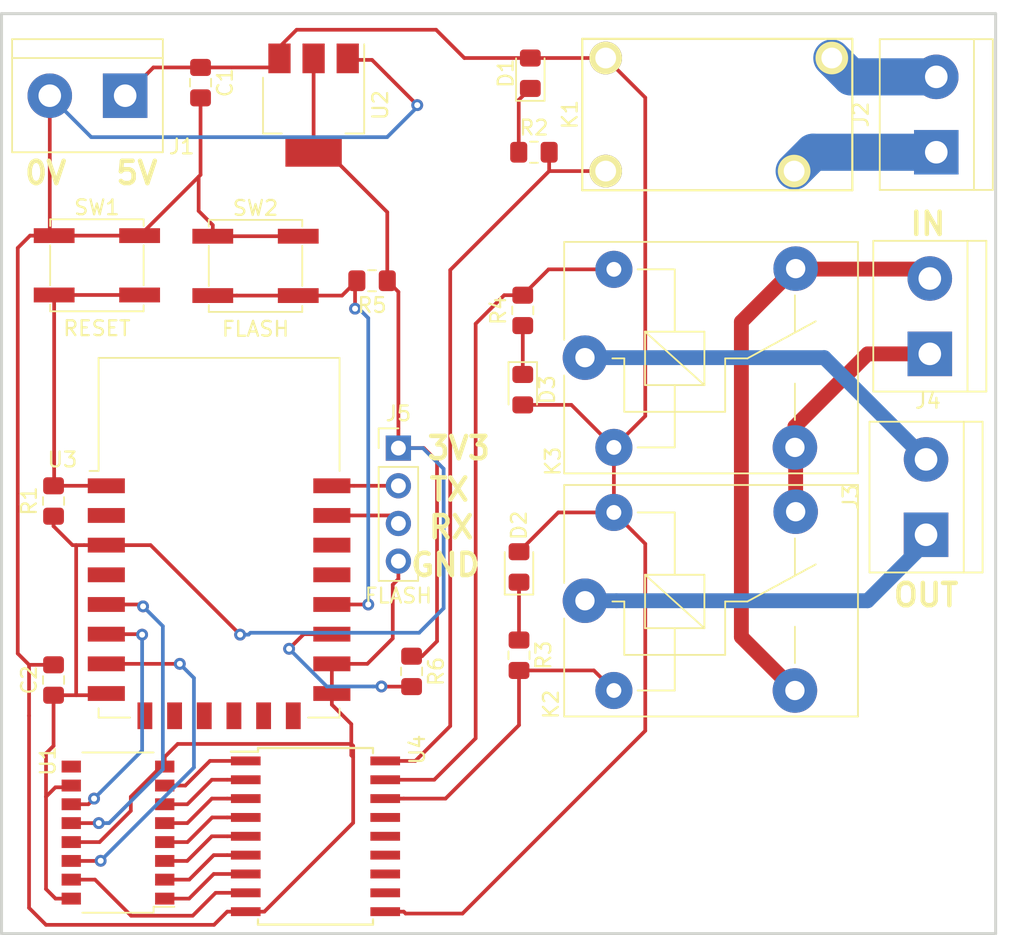
<source format=kicad_pcb>
(kicad_pcb (version 20171130) (host pcbnew 5.0.2-bee76a0~70~ubuntu18.04.1)

  (general
    (thickness 1.6)
    (drawings 11)
    (tracks 256)
    (zones 0)
    (modules 25)
    (nets 32)
  )

  (page A4)
  (layers
    (0 F.Cu signal)
    (31 B.Cu signal)
    (32 B.Adhes user)
    (33 F.Adhes user)
    (34 B.Paste user)
    (35 F.Paste user)
    (36 B.SilkS user)
    (37 F.SilkS user)
    (38 B.Mask user)
    (39 F.Mask user)
    (40 Dwgs.User user)
    (41 Cmts.User user)
    (42 Eco1.User user)
    (43 Eco2.User user)
    (44 Edge.Cuts user)
    (45 Margin user)
    (46 B.CrtYd user)
    (47 F.CrtYd user)
    (48 B.Fab user)
    (49 F.Fab user)
  )

  (setup
    (last_trace_width 0.25)
    (user_trace_width 1)
    (user_trace_width 2)
    (user_trace_width 2.5)
    (user_trace_width 3)
    (trace_clearance 0.2)
    (zone_clearance 0.508)
    (zone_45_only no)
    (trace_min 0.2)
    (segment_width 0.2)
    (edge_width 0.15)
    (via_size 0.8)
    (via_drill 0.4)
    (via_min_size 0.4)
    (via_min_drill 0.3)
    (uvia_size 0.3)
    (uvia_drill 0.1)
    (uvias_allowed no)
    (uvia_min_size 0.2)
    (uvia_min_drill 0.1)
    (pcb_text_width 0.3)
    (pcb_text_size 1.5 1.5)
    (mod_edge_width 0.15)
    (mod_text_size 1 1)
    (mod_text_width 0.15)
    (pad_size 1.524 1.524)
    (pad_drill 0.762)
    (pad_to_mask_clearance 0.2)
    (solder_mask_min_width 0.25)
    (aux_axis_origin 0 0)
    (visible_elements FFFFFF7F)
    (pcbplotparams
      (layerselection 0x010f0_ffffffff)
      (usegerberextensions false)
      (usegerberattributes false)
      (usegerberadvancedattributes false)
      (creategerberjobfile false)
      (excludeedgelayer true)
      (linewidth 0.100000)
      (plotframeref false)
      (viasonmask false)
      (mode 1)
      (useauxorigin false)
      (hpglpennumber 1)
      (hpglpenspeed 20)
      (hpglpendiameter 15.000000)
      (psnegative false)
      (psa4output false)
      (plotreference true)
      (plotvalue true)
      (plotinvisibletext false)
      (padsonsilk false)
      (subtractmaskfromsilk false)
      (outputformat 1)
      (mirror false)
      (drillshape 0)
      (scaleselection 1)
      (outputdirectory "GERBER/"))
  )

  (net 0 "")
  (net 1 /5V)
  (net 2 /GND)
  (net 3 /3V3)
  (net 4 "Net-(D1-Pad1)")
  (net 5 "Net-(D2-Pad1)")
  (net 6 "Net-(D3-Pad1)")
  (net 7 "Net-(J2-Pad1)")
  (net 8 "Net-(J2-Pad2)")
  (net 9 "Net-(J3-Pad2)")
  (net 10 "Net-(J3-Pad1)")
  (net 11 /OUT1)
  (net 12 /OUT2)
  (net 13 /OUT3)
  (net 14 "Net-(R1-Pad2)")
  (net 15 /SRCLK)
  (net 16 /RCLK)
  (net 17 /SER)
  (net 18 /L7)
  (net 19 /L6)
  (net 20 /L5)
  (net 21 /L4)
  (net 22 /L3)
  (net 23 /L2)
  (net 24 /L1)
  (net 25 /L8)
  (net 26 /24+)
  (net 27 /24-)
  (net 28 /TXD)
  (net 29 /RXD)
  (net 30 /GPIO0)
  (net 31 "Net-(R6-Pad2)")

  (net_class Default "This is the default net class."
    (clearance 0.2)
    (trace_width 0.25)
    (via_dia 0.8)
    (via_drill 0.4)
    (uvia_dia 0.3)
    (uvia_drill 0.1)
    (add_net /24+)
    (add_net /24-)
    (add_net /3V3)
    (add_net /5V)
    (add_net /GND)
    (add_net /GPIO0)
    (add_net /L1)
    (add_net /L2)
    (add_net /L3)
    (add_net /L4)
    (add_net /L5)
    (add_net /L6)
    (add_net /L7)
    (add_net /L8)
    (add_net /OUT1)
    (add_net /OUT2)
    (add_net /OUT3)
    (add_net /RCLK)
    (add_net /RXD)
    (add_net /SER)
    (add_net /SRCLK)
    (add_net /TXD)
    (add_net "Net-(D1-Pad1)")
    (add_net "Net-(D2-Pad1)")
    (add_net "Net-(D3-Pad1)")
    (add_net "Net-(J2-Pad1)")
    (add_net "Net-(J2-Pad2)")
    (add_net "Net-(J3-Pad1)")
    (add_net "Net-(J3-Pad2)")
    (add_net "Net-(R1-Pad2)")
    (add_net "Net-(R6-Pad2)")
  )

  (module RF_Module:ESP-12E (layer F.Cu) (tedit 5A030172) (tstamp 5BC1385F)
    (at 146.665 79.319)
    (descr "Wi-Fi Module, http://wiki.ai-thinker.com/_media/esp8266/docs/aithinker_esp_12f_datasheet_en.pdf")
    (tags "Wi-Fi Module")
    (path /5BA7F006)
    (attr smd)
    (fp_text reference U3 (at -10.56 -5.26) (layer F.SilkS)
      (effects (font (size 1 1) (thickness 0.15)))
    )
    (fp_text value ESP-12F (at -0.06 -12.78) (layer F.Fab)
      (effects (font (size 1 1) (thickness 0.15)))
    )
    (fp_text user Antenna (at -0.06 -7 180) (layer Cmts.User)
      (effects (font (size 1 1) (thickness 0.15)))
    )
    (fp_text user "KEEP-OUT ZONE" (at 0.03 -9.55 180) (layer Cmts.User)
      (effects (font (size 1 1) (thickness 0.15)))
    )
    (fp_text user %R (at 0.49 -0.8) (layer F.Fab)
      (effects (font (size 1 1) (thickness 0.15)))
    )
    (fp_line (start -8 -12) (end 8 -12) (layer F.Fab) (width 0.12))
    (fp_line (start 8 -12) (end 8 12) (layer F.Fab) (width 0.12))
    (fp_line (start 8 12) (end -8 12) (layer F.Fab) (width 0.12))
    (fp_line (start -8 12) (end -8 -3) (layer F.Fab) (width 0.12))
    (fp_line (start -8 -3) (end -7.5 -3.5) (layer F.Fab) (width 0.12))
    (fp_line (start -7.5 -3.5) (end -8 -4) (layer F.Fab) (width 0.12))
    (fp_line (start -8 -4) (end -8 -12) (layer F.Fab) (width 0.12))
    (fp_line (start -9.05 -12.2) (end 9.05 -12.2) (layer F.CrtYd) (width 0.05))
    (fp_line (start 9.05 -12.2) (end 9.05 13.1) (layer F.CrtYd) (width 0.05))
    (fp_line (start 9.05 13.1) (end -9.05 13.1) (layer F.CrtYd) (width 0.05))
    (fp_line (start -9.05 13.1) (end -9.05 -12.2) (layer F.CrtYd) (width 0.05))
    (fp_line (start -8.12 -12.12) (end 8.12 -12.12) (layer F.SilkS) (width 0.12))
    (fp_line (start 8.12 -12.12) (end 8.12 -4.5) (layer F.SilkS) (width 0.12))
    (fp_line (start 8.12 11.5) (end 8.12 12.12) (layer F.SilkS) (width 0.12))
    (fp_line (start 8.12 12.12) (end 6 12.12) (layer F.SilkS) (width 0.12))
    (fp_line (start -6 12.12) (end -8.12 12.12) (layer F.SilkS) (width 0.12))
    (fp_line (start -8.12 12.12) (end -8.12 11.5) (layer F.SilkS) (width 0.12))
    (fp_line (start -8.12 -4.5) (end -8.12 -12.12) (layer F.SilkS) (width 0.12))
    (fp_line (start -8.12 -4.5) (end -8.73 -4.5) (layer F.SilkS) (width 0.12))
    (fp_line (start -8.12 -12.12) (end 8.12 -12.12) (layer Dwgs.User) (width 0.12))
    (fp_line (start 8.12 -12.12) (end 8.12 -4.8) (layer Dwgs.User) (width 0.12))
    (fp_line (start 8.12 -4.8) (end -8.12 -4.8) (layer Dwgs.User) (width 0.12))
    (fp_line (start -8.12 -4.8) (end -8.12 -12.12) (layer Dwgs.User) (width 0.12))
    (fp_line (start -8.12 -9.12) (end -5.12 -12.12) (layer Dwgs.User) (width 0.12))
    (fp_line (start -8.12 -6.12) (end -2.12 -12.12) (layer Dwgs.User) (width 0.12))
    (fp_line (start -6.44 -4.8) (end 0.88 -12.12) (layer Dwgs.User) (width 0.12))
    (fp_line (start -3.44 -4.8) (end 3.88 -12.12) (layer Dwgs.User) (width 0.12))
    (fp_line (start -0.44 -4.8) (end 6.88 -12.12) (layer Dwgs.User) (width 0.12))
    (fp_line (start 2.56 -4.8) (end 8.12 -10.36) (layer Dwgs.User) (width 0.12))
    (fp_line (start 5.56 -4.8) (end 8.12 -7.36) (layer Dwgs.User) (width 0.12))
    (pad 1 smd rect (at -7.6 -3.5) (size 2.5 1) (layers F.Cu F.Paste F.Mask)
      (net 14 "Net-(R1-Pad2)"))
    (pad 2 smd rect (at -7.6 -1.5) (size 2.5 1) (layers F.Cu F.Paste F.Mask))
    (pad 3 smd rect (at -7.6 0.5) (size 2.5 1) (layers F.Cu F.Paste F.Mask)
      (net 3 /3V3))
    (pad 4 smd rect (at -7.6 2.5) (size 2.5 1) (layers F.Cu F.Paste F.Mask))
    (pad 5 smd rect (at -7.6 4.5) (size 2.5 1) (layers F.Cu F.Paste F.Mask)
      (net 16 /RCLK))
    (pad 6 smd rect (at -7.6 6.5) (size 2.5 1) (layers F.Cu F.Paste F.Mask)
      (net 15 /SRCLK))
    (pad 7 smd rect (at -7.6 8.5) (size 2.5 1) (layers F.Cu F.Paste F.Mask)
      (net 17 /SER))
    (pad 8 smd rect (at -7.6 10.5) (size 2.5 1) (layers F.Cu F.Paste F.Mask)
      (net 3 /3V3))
    (pad 9 smd rect (at -5 12) (size 1 1.8) (layers F.Cu F.Paste F.Mask))
    (pad 10 smd rect (at -3 12) (size 1 1.8) (layers F.Cu F.Paste F.Mask))
    (pad 11 smd rect (at -1 12) (size 1 1.8) (layers F.Cu F.Paste F.Mask))
    (pad 12 smd rect (at 1 12) (size 1 1.8) (layers F.Cu F.Paste F.Mask))
    (pad 13 smd rect (at 3 12) (size 1 1.8) (layers F.Cu F.Paste F.Mask))
    (pad 14 smd rect (at 5 12) (size 1 1.8) (layers F.Cu F.Paste F.Mask))
    (pad 15 smd rect (at 7.6 10.5) (size 2.5 1) (layers F.Cu F.Paste F.Mask)
      (net 2 /GND))
    (pad 16 smd rect (at 7.6 8.5) (size 2.5 1) (layers F.Cu F.Paste F.Mask)
      (net 2 /GND))
    (pad 17 smd rect (at 7.6 6.5) (size 2.5 1) (layers F.Cu F.Paste F.Mask)
      (net 31 "Net-(R6-Pad2)"))
    (pad 18 smd rect (at 7.6 4.5) (size 2.5 1) (layers F.Cu F.Paste F.Mask)
      (net 30 /GPIO0))
    (pad 19 smd rect (at 7.6 2.5) (size 2.5 1) (layers F.Cu F.Paste F.Mask))
    (pad 20 smd rect (at 7.6 0.5) (size 2.5 1) (layers F.Cu F.Paste F.Mask))
    (pad 21 smd rect (at 7.6 -1.5) (size 2.5 1) (layers F.Cu F.Paste F.Mask)
      (net 29 /RXD))
    (pad 22 smd rect (at 7.6 -3.5) (size 2.5 1) (layers F.Cu F.Paste F.Mask)
      (net 28 /TXD))
    (model ${KISYS3DMOD}/RF_Module.3dshapes/ESP-12E.wrl
      (at (xyz 0 0 0))
      (scale (xyz 1 1 1))
      (rotate (xyz 0 0 0))
    )
  )

  (module Package_SO:SOP-16_4.4x10.4mm_P1.27mm (layer F.Cu) (tedit 5BA9E737) (tstamp 5BC13711)
    (at 139.852 99.192 180)
    (descr "16-Lead Plastic Small Outline http://www.vishay.com/docs/49633/sg2098.pdf")
    (tags "SOP 1.27")
    (path /5BA7F131)
    (attr smd)
    (fp_text reference U1 (at 4.724 4.831 270) (layer F.SilkS)
      (effects (font (size 1 1) (thickness 0.15)))
    )
    (fp_text value 74HCT595 (at 4.724 -1.773 270) (layer F.Fab)
      (effects (font (size 1 1) (thickness 0.15)))
    )
    (fp_text user %R (at 0 0 180) (layer F.Fab)
      (effects (font (size 0.8 0.8) (thickness 0.15)))
    )
    (fp_line (start -2.2 -4.6) (end -1.6 -5.2) (layer F.Fab) (width 0.1))
    (fp_line (start -2.4 -5.4) (end -2.4 -5) (layer F.SilkS) (width 0.12))
    (fp_line (start -2.4 -5) (end -3.8 -5) (layer F.SilkS) (width 0.12))
    (fp_line (start -1.6 -5.2) (end 2.2 -5.2) (layer F.Fab) (width 0.1))
    (fp_line (start 2.2 -5.2) (end 2.2 5.2) (layer F.Fab) (width 0.1))
    (fp_line (start 2.2 5.2) (end -2.2 5.2) (layer F.Fab) (width 0.1))
    (fp_line (start -2.2 5.2) (end -2.2 -4.6) (layer F.Fab) (width 0.1))
    (fp_line (start -2.4 -5.4) (end 2.4 -5.4) (layer F.SilkS) (width 0.12))
    (fp_line (start -2.4 5.4) (end 2.4 5.4) (layer F.SilkS) (width 0.12))
    (fp_line (start -4.05 -5.45) (end 4.05 -5.45) (layer F.CrtYd) (width 0.05))
    (fp_line (start -4.05 -5.45) (end -4.05 5.45) (layer F.CrtYd) (width 0.05))
    (fp_line (start 4.05 5.45) (end 4.05 -5.45) (layer F.CrtYd) (width 0.05))
    (fp_line (start 4.05 5.45) (end -4.05 5.45) (layer F.CrtYd) (width 0.05))
    (pad 1 smd rect (at -3.15 -4.45 180) (size 1.3 0.8) (layers F.Cu F.Paste F.Mask)
      (net 18 /L7))
    (pad 2 smd rect (at -3.15 -3.17 180) (size 1.3 0.8) (layers F.Cu F.Paste F.Mask)
      (net 19 /L6))
    (pad 3 smd rect (at -3.15 -1.91 180) (size 1.3 0.8) (layers F.Cu F.Paste F.Mask)
      (net 20 /L5))
    (pad 4 smd rect (at -3.15 -0.64 180) (size 1.3 0.8) (layers F.Cu F.Paste F.Mask)
      (net 21 /L4))
    (pad 5 smd rect (at -3.15 0.64 180) (size 1.3 0.8) (layers F.Cu F.Paste F.Mask)
      (net 22 /L3))
    (pad 6 smd rect (at -3.15 1.91 180) (size 1.3 0.8) (layers F.Cu F.Paste F.Mask)
      (net 23 /L2))
    (pad 7 smd rect (at -3.15 3.17 180) (size 1.3 0.8) (layers F.Cu F.Paste F.Mask)
      (net 24 /L1))
    (pad 8 smd rect (at -3.15 4.45 180) (size 1.3 0.8) (layers F.Cu F.Paste F.Mask)
      (net 2 /GND))
    (pad 9 smd rect (at 3.15 4.45 180) (size 1.3 0.8) (layers F.Cu F.Paste F.Mask))
    (pad 10 smd rect (at 3.15 3.17 180) (size 1.3 0.8) (layers F.Cu F.Paste F.Mask)
      (net 3 /3V3))
    (pad 11 smd rect (at 3.15 1.91 180) (size 1.3 0.8) (layers F.Cu F.Paste F.Mask)
      (net 15 /SRCLK))
    (pad 12 smd rect (at 3.15 0.64 180) (size 1.3 0.8) (layers F.Cu F.Paste F.Mask)
      (net 16 /RCLK))
    (pad 13 smd rect (at 3.15 -0.64 180) (size 1.3 0.8) (layers F.Cu F.Paste F.Mask)
      (net 2 /GND))
    (pad 14 smd rect (at 3.15 -1.91 180) (size 1.3 0.8) (layers F.Cu F.Paste F.Mask)
      (net 17 /SER))
    (pad 15 smd rect (at 3.15 -3.17 180) (size 1.3 0.8) (layers F.Cu F.Paste F.Mask)
      (net 25 /L8))
    (pad 16 smd rect (at 3.15 -4.45 180) (size 1.3 0.8) (layers F.Cu F.Paste F.Mask)
      (net 3 /3V3))
    (model ${KISYS3DMOD}/Package_SO.3dshapes/SOP-16_4.4x10.4mm_P1.27mm.wrl
      (at (xyz 0 0 0))
      (scale (xyz 1 1 1))
      (rotate (xyz 0 0 0))
    )
  )

  (module Diode_SMD:D_0805_2012Metric_Pad1.15x1.40mm_HandSolder (layer F.Cu) (tedit 5B4B45C8) (tstamp 5BA9ECF3)
    (at 167.132 69.342 270)
    (descr "Diode SMD 0805 (2012 Metric), square (rectangular) end terminal, IPC_7351 nominal, (Body size source: https://docs.google.com/spreadsheets/d/1BsfQQcO9C6DZCsRaXUlFlo91Tg2WpOkGARC1WS5S8t0/edit?usp=sharing), generated with kicad-footprint-generator")
    (tags "diode handsolder")
    (path /5BAC894B)
    (attr smd)
    (fp_text reference D3 (at 0 -1.65 270) (layer F.SilkS)
      (effects (font (size 1 1) (thickness 0.15)))
    )
    (fp_text value LED (at 0 1.65 270) (layer F.Fab)
      (effects (font (size 1 1) (thickness 0.15)))
    )
    (fp_text user %R (at -0.110001 -0.420001 270) (layer F.Fab)
      (effects (font (size 0.5 0.5) (thickness 0.08)))
    )
    (fp_line (start 1.85 0.95) (end -1.85 0.95) (layer F.CrtYd) (width 0.05))
    (fp_line (start 1.85 -0.95) (end 1.85 0.95) (layer F.CrtYd) (width 0.05))
    (fp_line (start -1.85 -0.95) (end 1.85 -0.95) (layer F.CrtYd) (width 0.05))
    (fp_line (start -1.85 0.95) (end -1.85 -0.95) (layer F.CrtYd) (width 0.05))
    (fp_line (start -1.86 0.96) (end 1 0.96) (layer F.SilkS) (width 0.12))
    (fp_line (start -1.86 -0.96) (end -1.86 0.96) (layer F.SilkS) (width 0.12))
    (fp_line (start 1 -0.96) (end -1.86 -0.96) (layer F.SilkS) (width 0.12))
    (fp_line (start 1 0.6) (end 1 -0.6) (layer F.Fab) (width 0.1))
    (fp_line (start -1 0.6) (end 1 0.6) (layer F.Fab) (width 0.1))
    (fp_line (start -1 -0.3) (end -1 0.6) (layer F.Fab) (width 0.1))
    (fp_line (start -0.7 -0.6) (end -1 -0.3) (layer F.Fab) (width 0.1))
    (fp_line (start 1 -0.6) (end -0.7 -0.6) (layer F.Fab) (width 0.1))
    (pad 2 smd roundrect (at 1.025 0 270) (size 1.15 1.4) (layers F.Cu F.Paste F.Mask) (roundrect_rratio 0.217391)
      (net 1 /5V))
    (pad 1 smd roundrect (at -1.025 0 270) (size 1.15 1.4) (layers F.Cu F.Paste F.Mask) (roundrect_rratio 0.217391)
      (net 6 "Net-(D3-Pad1)"))
    (model ${KISYS3DMOD}/Diode_SMD.3dshapes/D_0805_2012Metric.wrl
      (at (xyz 0 0 0))
      (scale (xyz 1 1 1))
      (rotate (xyz 0 0 0))
    )
  )

  (module Diode_SMD:D_0805_2012Metric_Pad1.15x1.40mm_HandSolder (layer F.Cu) (tedit 5B4B45C8) (tstamp 5BB541A5)
    (at 167.64 48.015 90)
    (descr "Diode SMD 0805 (2012 Metric), square (rectangular) end terminal, IPC_7351 nominal, (Body size source: https://docs.google.com/spreadsheets/d/1BsfQQcO9C6DZCsRaXUlFlo91Tg2WpOkGARC1WS5S8t0/edit?usp=sharing), generated with kicad-footprint-generator")
    (tags "diode handsolder")
    (path /5BB1662C)
    (attr smd)
    (fp_text reference D1 (at 0 -1.65 90) (layer F.SilkS)
      (effects (font (size 1 1) (thickness 0.15)))
    )
    (fp_text value LED (at 0 1.65 90) (layer F.Fab)
      (effects (font (size 1 1) (thickness 0.15)))
    )
    (fp_line (start 1 -0.6) (end -0.7 -0.6) (layer F.Fab) (width 0.1))
    (fp_line (start -0.7 -0.6) (end -1 -0.3) (layer F.Fab) (width 0.1))
    (fp_line (start -1 -0.3) (end -1 0.6) (layer F.Fab) (width 0.1))
    (fp_line (start -1 0.6) (end 1 0.6) (layer F.Fab) (width 0.1))
    (fp_line (start 1 0.6) (end 1 -0.6) (layer F.Fab) (width 0.1))
    (fp_line (start 1 -0.96) (end -1.86 -0.96) (layer F.SilkS) (width 0.12))
    (fp_line (start -1.86 -0.96) (end -1.86 0.96) (layer F.SilkS) (width 0.12))
    (fp_line (start -1.86 0.96) (end 1 0.96) (layer F.SilkS) (width 0.12))
    (fp_line (start -1.85 0.95) (end -1.85 -0.95) (layer F.CrtYd) (width 0.05))
    (fp_line (start -1.85 -0.95) (end 1.85 -0.95) (layer F.CrtYd) (width 0.05))
    (fp_line (start 1.85 -0.95) (end 1.85 0.95) (layer F.CrtYd) (width 0.05))
    (fp_line (start 1.85 0.95) (end -1.85 0.95) (layer F.CrtYd) (width 0.05))
    (fp_text user %R (at 0.025 0 90) (layer F.Fab)
      (effects (font (size 0.5 0.5) (thickness 0.08)))
    )
    (pad 1 smd roundrect (at -1.025 0 90) (size 1.15 1.4) (layers F.Cu F.Paste F.Mask) (roundrect_rratio 0.217391)
      (net 4 "Net-(D1-Pad1)"))
    (pad 2 smd roundrect (at 1.025 0 90) (size 1.15 1.4) (layers F.Cu F.Paste F.Mask) (roundrect_rratio 0.217391)
      (net 1 /5V))
    (model ${KISYS3DMOD}/Diode_SMD.3dshapes/D_0805_2012Metric.wrl
      (at (xyz 0 0 0))
      (scale (xyz 1 1 1))
      (rotate (xyz 0 0 0))
    )
  )

  (module Diode_SMD:D_0805_2012Metric_Pad1.15x1.40mm_HandSolder (layer F.Cu) (tedit 5B4B45C8) (tstamp 5BA9ECBD)
    (at 166.878 81.289 90)
    (descr "Diode SMD 0805 (2012 Metric), square (rectangular) end terminal, IPC_7351 nominal, (Body size source: https://docs.google.com/spreadsheets/d/1BsfQQcO9C6DZCsRaXUlFlo91Tg2WpOkGARC1WS5S8t0/edit?usp=sharing), generated with kicad-footprint-generator")
    (tags "diode handsolder")
    (path /5BAC58A6)
    (attr smd)
    (fp_text reference D2 (at 2.803 0 90) (layer F.SilkS)
      (effects (font (size 1 1) (thickness 0.15)))
    )
    (fp_text value LED (at 0 1.65 90) (layer F.Fab)
      (effects (font (size 1 1) (thickness 0.15)))
    )
    (fp_text user %R (at 0 0 90) (layer F.Fab)
      (effects (font (size 0.5 0.5) (thickness 0.08)))
    )
    (fp_line (start 1.85 0.95) (end -1.85 0.95) (layer F.CrtYd) (width 0.05))
    (fp_line (start 1.85 -0.95) (end 1.85 0.95) (layer F.CrtYd) (width 0.05))
    (fp_line (start -1.85 -0.95) (end 1.85 -0.95) (layer F.CrtYd) (width 0.05))
    (fp_line (start -1.85 0.95) (end -1.85 -0.95) (layer F.CrtYd) (width 0.05))
    (fp_line (start -1.86 0.96) (end 1 0.96) (layer F.SilkS) (width 0.12))
    (fp_line (start -1.86 -0.96) (end -1.86 0.96) (layer F.SilkS) (width 0.12))
    (fp_line (start 1 -0.96) (end -1.86 -0.96) (layer F.SilkS) (width 0.12))
    (fp_line (start 1 0.6) (end 1 -0.6) (layer F.Fab) (width 0.1))
    (fp_line (start -1 0.6) (end 1 0.6) (layer F.Fab) (width 0.1))
    (fp_line (start -1 -0.3) (end -1 0.6) (layer F.Fab) (width 0.1))
    (fp_line (start -0.7 -0.6) (end -1 -0.3) (layer F.Fab) (width 0.1))
    (fp_line (start 1 -0.6) (end -0.7 -0.6) (layer F.Fab) (width 0.1))
    (pad 2 smd roundrect (at 1.025 0 90) (size 1.15 1.4) (layers F.Cu F.Paste F.Mask) (roundrect_rratio 0.217391)
      (net 1 /5V))
    (pad 1 smd roundrect (at -1.025 0 90) (size 1.15 1.4) (layers F.Cu F.Paste F.Mask) (roundrect_rratio 0.217391)
      (net 5 "Net-(D2-Pad1)"))
    (model ${KISYS3DMOD}/Diode_SMD.3dshapes/D_0805_2012Metric.wrl
      (at (xyz 0 0 0))
      (scale (xyz 1 1 1))
      (rotate (xyz 0 0 0))
    )
  )

  (module TerminalBlock:TerminalBlock_bornier-2_P5.08mm (layer F.Cu) (tedit 59FF03AB) (tstamp 5BB5423F)
    (at 140.335 49.53 180)
    (descr "simple 2-pin terminal block, pitch 5.08mm, revamped version of bornier2")
    (tags "terminal block bornier2")
    (path /5BA8AC96)
    (fp_text reference J1 (at -3.81 -3.429 180) (layer F.SilkS)
      (effects (font (size 1 1) (thickness 0.15)))
    )
    (fp_text value 5VIN (at 2.54 5.08 180) (layer F.Fab)
      (effects (font (size 1 1) (thickness 0.15)))
    )
    (fp_text user %R (at 2.54 0 180) (layer F.Fab)
      (effects (font (size 1 1) (thickness 0.15)))
    )
    (fp_line (start -2.41 2.55) (end 7.49 2.55) (layer F.Fab) (width 0.1))
    (fp_line (start -2.46 -3.75) (end -2.46 3.75) (layer F.Fab) (width 0.1))
    (fp_line (start -2.46 3.75) (end 7.54 3.75) (layer F.Fab) (width 0.1))
    (fp_line (start 7.54 3.75) (end 7.54 -3.75) (layer F.Fab) (width 0.1))
    (fp_line (start 7.54 -3.75) (end -2.46 -3.75) (layer F.Fab) (width 0.1))
    (fp_line (start 7.62 2.54) (end -2.54 2.54) (layer F.SilkS) (width 0.12))
    (fp_line (start 7.62 3.81) (end 7.62 -3.81) (layer F.SilkS) (width 0.12))
    (fp_line (start 7.62 -3.81) (end -2.54 -3.81) (layer F.SilkS) (width 0.12))
    (fp_line (start -2.54 -3.81) (end -2.54 3.81) (layer F.SilkS) (width 0.12))
    (fp_line (start -2.54 3.81) (end 7.62 3.81) (layer F.SilkS) (width 0.12))
    (fp_line (start -2.71 -4) (end 7.79 -4) (layer F.CrtYd) (width 0.05))
    (fp_line (start -2.71 -4) (end -2.71 4) (layer F.CrtYd) (width 0.05))
    (fp_line (start 7.79 4) (end 7.79 -4) (layer F.CrtYd) (width 0.05))
    (fp_line (start 7.79 4) (end -2.71 4) (layer F.CrtYd) (width 0.05))
    (pad 1 thru_hole rect (at 0 0 180) (size 3 3) (drill 1.52) (layers *.Cu *.Mask)
      (net 1 /5V))
    (pad 2 thru_hole circle (at 5.08 0 180) (size 3 3) (drill 1.52) (layers *.Cu *.Mask)
      (net 2 /GND))
    (model ${KISYS3DMOD}/TerminalBlock.3dshapes/TerminalBlock_bornier-2_P5.08mm.wrl
      (offset (xyz 2.539999961853027 0 0))
      (scale (xyz 1 1 1))
      (rotate (xyz 0 0 0))
    )
  )

  (module TerminalBlock:TerminalBlock_bornier-2_P5.08mm (layer F.Cu) (tedit 59FF03AB) (tstamp 5BC11D94)
    (at 195 53.34 90)
    (descr "simple 2-pin terminal block, pitch 5.08mm, revamped version of bornier2")
    (tags "terminal block bornier2")
    (path /5BA8A7E8)
    (fp_text reference J2 (at 2.54 -5.08 90) (layer F.SilkS)
      (effects (font (size 1 1) (thickness 0.15)))
    )
    (fp_text value Conn_01x02_Female (at 2.54 5.08 90) (layer F.Fab)
      (effects (font (size 1 1) (thickness 0.15)))
    )
    (fp_text user %R (at 2.54 0 90) (layer F.Fab)
      (effects (font (size 1 1) (thickness 0.15)))
    )
    (fp_line (start -2.41 2.55) (end 7.49 2.55) (layer F.Fab) (width 0.1))
    (fp_line (start -2.46 -3.75) (end -2.46 3.75) (layer F.Fab) (width 0.1))
    (fp_line (start -2.46 3.75) (end 7.54 3.75) (layer F.Fab) (width 0.1))
    (fp_line (start 7.54 3.75) (end 7.54 -3.75) (layer F.Fab) (width 0.1))
    (fp_line (start 7.54 -3.75) (end -2.46 -3.75) (layer F.Fab) (width 0.1))
    (fp_line (start 7.62 2.54) (end -2.54 2.54) (layer F.SilkS) (width 0.12))
    (fp_line (start 7.62 3.81) (end 7.62 -3.81) (layer F.SilkS) (width 0.12))
    (fp_line (start 7.62 -3.81) (end -2.54 -3.81) (layer F.SilkS) (width 0.12))
    (fp_line (start -2.54 -3.81) (end -2.54 3.81) (layer F.SilkS) (width 0.12))
    (fp_line (start -2.54 3.81) (end 7.62 3.81) (layer F.SilkS) (width 0.12))
    (fp_line (start -2.71 -4) (end 7.79 -4) (layer F.CrtYd) (width 0.05))
    (fp_line (start -2.71 -4) (end -2.71 4) (layer F.CrtYd) (width 0.05))
    (fp_line (start 7.79 4) (end 7.79 -4) (layer F.CrtYd) (width 0.05))
    (fp_line (start 7.79 4) (end -2.71 4) (layer F.CrtYd) (width 0.05))
    (pad 1 thru_hole rect (at 0 0 90) (size 3 3) (drill 1.52) (layers *.Cu *.Mask)
      (net 7 "Net-(J2-Pad1)"))
    (pad 2 thru_hole circle (at 5.08 0 90) (size 3 3) (drill 1.52) (layers *.Cu *.Mask)
      (net 8 "Net-(J2-Pad2)"))
    (model ${KISYS3DMOD}/TerminalBlock.3dshapes/TerminalBlock_bornier-2_P5.08mm.wrl
      (offset (xyz 2.539999961853027 0 0))
      (scale (xyz 1 1 1))
      (rotate (xyz 0 0 0))
    )
  )

  (module TerminalBlock:TerminalBlock_bornier-2_P5.08mm (layer F.Cu) (tedit 59FF03AB) (tstamp 5BB54269)
    (at 194.31 79.121 90)
    (descr "simple 2-pin terminal block, pitch 5.08mm, revamped version of bornier2")
    (tags "terminal block bornier2")
    (path /5BABACB0)
    (fp_text reference J3 (at 2.54 -5.08 90) (layer F.SilkS)
      (effects (font (size 1 1) (thickness 0.15)))
    )
    (fp_text value Velux_OUT (at 2.54 5.08 90) (layer F.Fab)
      (effects (font (size 1 1) (thickness 0.15)))
    )
    (fp_line (start 7.79 4) (end -2.71 4) (layer F.CrtYd) (width 0.05))
    (fp_line (start 7.79 4) (end 7.79 -4) (layer F.CrtYd) (width 0.05))
    (fp_line (start -2.71 -4) (end -2.71 4) (layer F.CrtYd) (width 0.05))
    (fp_line (start -2.71 -4) (end 7.79 -4) (layer F.CrtYd) (width 0.05))
    (fp_line (start -2.54 3.81) (end 7.62 3.81) (layer F.SilkS) (width 0.12))
    (fp_line (start -2.54 -3.81) (end -2.54 3.81) (layer F.SilkS) (width 0.12))
    (fp_line (start 7.62 -3.81) (end -2.54 -3.81) (layer F.SilkS) (width 0.12))
    (fp_line (start 7.62 3.81) (end 7.62 -3.81) (layer F.SilkS) (width 0.12))
    (fp_line (start 7.62 2.54) (end -2.54 2.54) (layer F.SilkS) (width 0.12))
    (fp_line (start 7.54 -3.75) (end -2.46 -3.75) (layer F.Fab) (width 0.1))
    (fp_line (start 7.54 3.75) (end 7.54 -3.75) (layer F.Fab) (width 0.1))
    (fp_line (start -2.46 3.75) (end 7.54 3.75) (layer F.Fab) (width 0.1))
    (fp_line (start -2.46 -3.75) (end -2.46 3.75) (layer F.Fab) (width 0.1))
    (fp_line (start -2.41 2.55) (end 7.49 2.55) (layer F.Fab) (width 0.1))
    (fp_text user %R (at 2.54 0 90) (layer F.Fab)
      (effects (font (size 1 1) (thickness 0.15)))
    )
    (pad 2 thru_hole circle (at 5.08 0 90) (size 3 3) (drill 1.52) (layers *.Cu *.Mask)
      (net 9 "Net-(J3-Pad2)"))
    (pad 1 thru_hole rect (at 0 0 90) (size 3 3) (drill 1.52) (layers *.Cu *.Mask)
      (net 10 "Net-(J3-Pad1)"))
    (model ${KISYS3DMOD}/TerminalBlock.3dshapes/TerminalBlock_bornier-2_P5.08mm.wrl
      (offset (xyz 2.539999961853027 0 0))
      (scale (xyz 1 1 1))
      (rotate (xyz 0 0 0))
    )
  )

  (module TerminalBlock:TerminalBlock_bornier-2_P5.08mm (layer F.Cu) (tedit 59FF03AB) (tstamp 5BB5427E)
    (at 194.564 66.929 90)
    (descr "simple 2-pin terminal block, pitch 5.08mm, revamped version of bornier2")
    (tags "terminal block bornier2")
    (path /5BAAC684)
    (fp_text reference J4 (at -3.175 -0.127 180) (layer F.SilkS)
      (effects (font (size 1 1) (thickness 0.15)))
    )
    (fp_text value 24V_IN (at 2.54 5.08 90) (layer F.Fab)
      (effects (font (size 1 1) (thickness 0.15)))
    )
    (fp_text user %R (at 2.54 0 90) (layer F.Fab)
      (effects (font (size 1 1) (thickness 0.15)))
    )
    (fp_line (start -2.41 2.55) (end 7.49 2.55) (layer F.Fab) (width 0.1))
    (fp_line (start -2.46 -3.75) (end -2.46 3.75) (layer F.Fab) (width 0.1))
    (fp_line (start -2.46 3.75) (end 7.54 3.75) (layer F.Fab) (width 0.1))
    (fp_line (start 7.54 3.75) (end 7.54 -3.75) (layer F.Fab) (width 0.1))
    (fp_line (start 7.54 -3.75) (end -2.46 -3.75) (layer F.Fab) (width 0.1))
    (fp_line (start 7.62 2.54) (end -2.54 2.54) (layer F.SilkS) (width 0.12))
    (fp_line (start 7.62 3.81) (end 7.62 -3.81) (layer F.SilkS) (width 0.12))
    (fp_line (start 7.62 -3.81) (end -2.54 -3.81) (layer F.SilkS) (width 0.12))
    (fp_line (start -2.54 -3.81) (end -2.54 3.81) (layer F.SilkS) (width 0.12))
    (fp_line (start -2.54 3.81) (end 7.62 3.81) (layer F.SilkS) (width 0.12))
    (fp_line (start -2.71 -4) (end 7.79 -4) (layer F.CrtYd) (width 0.05))
    (fp_line (start -2.71 -4) (end -2.71 4) (layer F.CrtYd) (width 0.05))
    (fp_line (start 7.79 4) (end 7.79 -4) (layer F.CrtYd) (width 0.05))
    (fp_line (start 7.79 4) (end -2.71 4) (layer F.CrtYd) (width 0.05))
    (pad 1 thru_hole rect (at 0 0 90) (size 3 3) (drill 1.52) (layers *.Cu *.Mask)
      (net 26 /24+))
    (pad 2 thru_hole circle (at 5.08 0 90) (size 3 3) (drill 1.52) (layers *.Cu *.Mask)
      (net 27 /24-))
    (model ${KISYS3DMOD}/TerminalBlock.3dshapes/TerminalBlock_bornier-2_P5.08mm.wrl
      (offset (xyz 2.539999961853027 0 0))
      (scale (xyz 1 1 1))
      (rotate (xyz 0 0 0))
    )
  )

  (module MyLibrary:SANYOU-SJ-S (layer F.Cu) (tedit 5BA8A5FA) (tstamp 5BB542F3)
    (at 180.34 50.8)
    (path /5BA89EA9)
    (fp_text reference K1 (at -10.033 0 90) (layer F.SilkS)
      (effects (font (size 1 1) (thickness 0.15)))
    )
    (fp_text value UMS05-1A80-75L (at 0 -5.969) (layer F.Fab)
      (effects (font (size 1 1) (thickness 0.15)))
    )
    (fp_line (start -9.2 5.1) (end -9.2 -5.1) (layer F.SilkS) (width 0.15))
    (fp_line (start 9 5.1) (end -9.2 5.1) (layer F.SilkS) (width 0.15))
    (fp_line (start 9 -5.1) (end 9 5.1) (layer F.SilkS) (width 0.15))
    (fp_line (start -9.2 -5.1) (end 9 -5.1) (layer F.SilkS) (width 0.15))
    (pad 3 thru_hole circle (at 7.62 -3.81) (size 2.2 2.2) (drill 1.4) (layers *.Cu *.Mask F.SilkS)
      (net 8 "Net-(J2-Pad2)"))
    (pad 4 thru_hole circle (at 5.08 3.81) (size 2.2 2.2) (drill 1.4) (layers *.Cu *.Mask F.SilkS)
      (net 7 "Net-(J2-Pad1)"))
    (pad 2 thru_hole circle (at -7.62 -3.81) (size 2.2 2.2) (drill 1.4) (layers *.Cu *.Mask F.SilkS)
      (net 1 /5V))
    (pad 1 thru_hole circle (at -7.62 3.81) (size 2.2 2.2) (drill 1.4) (layers *.Cu *.Mask F.SilkS)
      (net 11 /OUT1))
  )

  (module Resistor_SMD:R_0805_2012Metric_Pad1.15x1.40mm_HandSolder (layer F.Cu) (tedit 5B36C52B) (tstamp 5BC13763)
    (at 135.509 76.844 90)
    (descr "Resistor SMD 0805 (2012 Metric), square (rectangular) end terminal, IPC_7351 nominal with elongated pad for handsoldering. (Body size source: https://docs.google.com/spreadsheets/d/1BsfQQcO9C6DZCsRaXUlFlo91Tg2WpOkGARC1WS5S8t0/edit?usp=sharing), generated with kicad-footprint-generator")
    (tags "resistor handsolder")
    (path /5BAC7D95)
    (attr smd)
    (fp_text reference R1 (at 0 -1.65 90) (layer F.SilkS)
      (effects (font (size 1 1) (thickness 0.15)))
    )
    (fp_text value 10k (at 0 1.65 90) (layer F.Fab)
      (effects (font (size 1 1) (thickness 0.15)))
    )
    (fp_text user %R (at 0 0 90) (layer F.Fab)
      (effects (font (size 0.5 0.5) (thickness 0.08)))
    )
    (fp_line (start 1.85 0.95) (end -1.85 0.95) (layer F.CrtYd) (width 0.05))
    (fp_line (start 1.85 -0.95) (end 1.85 0.95) (layer F.CrtYd) (width 0.05))
    (fp_line (start -1.85 -0.95) (end 1.85 -0.95) (layer F.CrtYd) (width 0.05))
    (fp_line (start -1.85 0.95) (end -1.85 -0.95) (layer F.CrtYd) (width 0.05))
    (fp_line (start -0.261252 0.71) (end 0.261252 0.71) (layer F.SilkS) (width 0.12))
    (fp_line (start -0.261252 -0.71) (end 0.261252 -0.71) (layer F.SilkS) (width 0.12))
    (fp_line (start 1 0.6) (end -1 0.6) (layer F.Fab) (width 0.1))
    (fp_line (start 1 -0.6) (end 1 0.6) (layer F.Fab) (width 0.1))
    (fp_line (start -1 -0.6) (end 1 -0.6) (layer F.Fab) (width 0.1))
    (fp_line (start -1 0.6) (end -1 -0.6) (layer F.Fab) (width 0.1))
    (pad 2 smd roundrect (at 1.025 0 90) (size 1.15 1.4) (layers F.Cu F.Paste F.Mask) (roundrect_rratio 0.217391)
      (net 14 "Net-(R1-Pad2)"))
    (pad 1 smd roundrect (at -1.025 0 90) (size 1.15 1.4) (layers F.Cu F.Paste F.Mask) (roundrect_rratio 0.217391)
      (net 3 /3V3))
    (model ${KISYS3DMOD}/Resistor_SMD.3dshapes/R_0805_2012Metric.wrl
      (at (xyz 0 0 0))
      (scale (xyz 1 1 1))
      (rotate (xyz 0 0 0))
    )
  )

  (module Resistor_SMD:R_0805_2012Metric_Pad1.15x1.40mm_HandSolder (layer F.Cu) (tedit 5B36C52B) (tstamp 5BB54369)
    (at 167.885 53.34)
    (descr "Resistor SMD 0805 (2012 Metric), square (rectangular) end terminal, IPC_7351 nominal with elongated pad for handsoldering. (Body size source: https://docs.google.com/spreadsheets/d/1BsfQQcO9C6DZCsRaXUlFlo91Tg2WpOkGARC1WS5S8t0/edit?usp=sharing), generated with kicad-footprint-generator")
    (tags "resistor handsolder")
    (path /5BB16633)
    (attr smd)
    (fp_text reference R2 (at 0 -1.65) (layer F.SilkS)
      (effects (font (size 1 1) (thickness 0.15)))
    )
    (fp_text value 290 (at 0 1.65) (layer F.Fab)
      (effects (font (size 1 1) (thickness 0.15)))
    )
    (fp_text user %R (at 0 0) (layer F.Fab)
      (effects (font (size 0.5 0.5) (thickness 0.08)))
    )
    (fp_line (start 1.85 0.95) (end -1.85 0.95) (layer F.CrtYd) (width 0.05))
    (fp_line (start 1.85 -0.95) (end 1.85 0.95) (layer F.CrtYd) (width 0.05))
    (fp_line (start -1.85 -0.95) (end 1.85 -0.95) (layer F.CrtYd) (width 0.05))
    (fp_line (start -1.85 0.95) (end -1.85 -0.95) (layer F.CrtYd) (width 0.05))
    (fp_line (start -0.261252 0.71) (end 0.261252 0.71) (layer F.SilkS) (width 0.12))
    (fp_line (start -0.261252 -0.71) (end 0.261252 -0.71) (layer F.SilkS) (width 0.12))
    (fp_line (start 1 0.6) (end -1 0.6) (layer F.Fab) (width 0.1))
    (fp_line (start 1 -0.6) (end 1 0.6) (layer F.Fab) (width 0.1))
    (fp_line (start -1 -0.6) (end 1 -0.6) (layer F.Fab) (width 0.1))
    (fp_line (start -1 0.6) (end -1 -0.6) (layer F.Fab) (width 0.1))
    (pad 2 smd roundrect (at 1.025 0) (size 1.15 1.4) (layers F.Cu F.Paste F.Mask) (roundrect_rratio 0.217391)
      (net 11 /OUT1))
    (pad 1 smd roundrect (at -1.025 0) (size 1.15 1.4) (layers F.Cu F.Paste F.Mask) (roundrect_rratio 0.217391)
      (net 4 "Net-(D1-Pad1)"))
    (model ${KISYS3DMOD}/Resistor_SMD.3dshapes/R_0805_2012Metric.wrl
      (at (xyz 0 0 0))
      (scale (xyz 1 1 1))
      (rotate (xyz 0 0 0))
    )
  )

  (module Resistor_SMD:R_0805_2012Metric_Pad1.15x1.40mm_HandSolder (layer F.Cu) (tedit 5B36C52B) (tstamp 5BA9EC8B)
    (at 166.878 87.24 270)
    (descr "Resistor SMD 0805 (2012 Metric), square (rectangular) end terminal, IPC_7351 nominal with elongated pad for handsoldering. (Body size source: https://docs.google.com/spreadsheets/d/1BsfQQcO9C6DZCsRaXUlFlo91Tg2WpOkGARC1WS5S8t0/edit?usp=sharing), generated with kicad-footprint-generator")
    (tags "resistor handsolder")
    (path /5BAC58AD)
    (attr smd)
    (fp_text reference R3 (at 0 -1.65 270) (layer F.SilkS)
      (effects (font (size 1 1) (thickness 0.15)))
    )
    (fp_text value 290 (at 0 1.65 270) (layer F.Fab)
      (effects (font (size 1 1) (thickness 0.15)))
    )
    (fp_line (start -1 0.6) (end -1 -0.6) (layer F.Fab) (width 0.1))
    (fp_line (start -1 -0.6) (end 1 -0.6) (layer F.Fab) (width 0.1))
    (fp_line (start 1 -0.6) (end 1 0.6) (layer F.Fab) (width 0.1))
    (fp_line (start 1 0.6) (end -1 0.6) (layer F.Fab) (width 0.1))
    (fp_line (start -0.261252 -0.71) (end 0.261252 -0.71) (layer F.SilkS) (width 0.12))
    (fp_line (start -0.261252 0.71) (end 0.261252 0.71) (layer F.SilkS) (width 0.12))
    (fp_line (start -1.85 0.95) (end -1.85 -0.95) (layer F.CrtYd) (width 0.05))
    (fp_line (start -1.85 -0.95) (end 1.85 -0.95) (layer F.CrtYd) (width 0.05))
    (fp_line (start 1.85 -0.95) (end 1.85 0.95) (layer F.CrtYd) (width 0.05))
    (fp_line (start 1.85 0.95) (end -1.85 0.95) (layer F.CrtYd) (width 0.05))
    (fp_text user %R (at 0 0 270) (layer F.Fab)
      (effects (font (size 0.5 0.5) (thickness 0.08)))
    )
    (pad 1 smd roundrect (at -1.025 0 270) (size 1.15 1.4) (layers F.Cu F.Paste F.Mask) (roundrect_rratio 0.217391)
      (net 5 "Net-(D2-Pad1)"))
    (pad 2 smd roundrect (at 1.025 0 270) (size 1.15 1.4) (layers F.Cu F.Paste F.Mask) (roundrect_rratio 0.217391)
      (net 13 /OUT3))
    (model ${KISYS3DMOD}/Resistor_SMD.3dshapes/R_0805_2012Metric.wrl
      (at (xyz 0 0 0))
      (scale (xyz 1 1 1))
      (rotate (xyz 0 0 0))
    )
  )

  (module Resistor_SMD:R_0805_2012Metric_Pad1.15x1.40mm_HandSolder (layer F.Cu) (tedit 5B36C52B) (tstamp 5BA9EC5B)
    (at 167.132 63.999 90)
    (descr "Resistor SMD 0805 (2012 Metric), square (rectangular) end terminal, IPC_7351 nominal with elongated pad for handsoldering. (Body size source: https://docs.google.com/spreadsheets/d/1BsfQQcO9C6DZCsRaXUlFlo91Tg2WpOkGARC1WS5S8t0/edit?usp=sharing), generated with kicad-footprint-generator")
    (tags "resistor handsolder")
    (path /5BAC8952)
    (attr smd)
    (fp_text reference R4 (at 0 -1.65 90) (layer F.SilkS)
      (effects (font (size 1 1) (thickness 0.15)))
    )
    (fp_text value 290 (at 0 1.65 90) (layer F.Fab)
      (effects (font (size 1 1) (thickness 0.15)))
    )
    (fp_line (start -1 0.6) (end -1 -0.6) (layer F.Fab) (width 0.1))
    (fp_line (start -1 -0.6) (end 1 -0.6) (layer F.Fab) (width 0.1))
    (fp_line (start 1 -0.6) (end 1 0.6) (layer F.Fab) (width 0.1))
    (fp_line (start 1 0.6) (end -1 0.6) (layer F.Fab) (width 0.1))
    (fp_line (start -0.261252 -0.71) (end 0.261252 -0.71) (layer F.SilkS) (width 0.12))
    (fp_line (start -0.261252 0.71) (end 0.261252 0.71) (layer F.SilkS) (width 0.12))
    (fp_line (start -1.85 0.95) (end -1.85 -0.95) (layer F.CrtYd) (width 0.05))
    (fp_line (start -1.85 -0.95) (end 1.85 -0.95) (layer F.CrtYd) (width 0.05))
    (fp_line (start 1.85 -0.95) (end 1.85 0.95) (layer F.CrtYd) (width 0.05))
    (fp_line (start 1.85 0.95) (end -1.85 0.95) (layer F.CrtYd) (width 0.05))
    (fp_text user %R (at 0 0 90) (layer F.Fab)
      (effects (font (size 0.5 0.5) (thickness 0.08)))
    )
    (pad 1 smd roundrect (at -1.025 0 90) (size 1.15 1.4) (layers F.Cu F.Paste F.Mask) (roundrect_rratio 0.217391)
      (net 6 "Net-(D3-Pad1)"))
    (pad 2 smd roundrect (at 1.025 0 90) (size 1.15 1.4) (layers F.Cu F.Paste F.Mask) (roundrect_rratio 0.217391)
      (net 12 /OUT2))
    (model ${KISYS3DMOD}/Resistor_SMD.3dshapes/R_0805_2012Metric.wrl
      (at (xyz 0 0 0))
      (scale (xyz 1 1 1))
      (rotate (xyz 0 0 0))
    )
  )

  (module Button_Switch_SMD:SW_SPST_EVPBF (layer F.Cu) (tedit 5BAE6223) (tstamp 5BB543FA)
    (at 138.43 60.96)
    (descr "Light Touch Switch")
    (path /5BABD564)
    (attr smd)
    (fp_text reference SW1 (at 0 -3.9) (layer F.SilkS)
      (effects (font (size 1 1) (thickness 0.15)))
    )
    (fp_text value RESET (at 0 4.25) (layer F.SilkS)
      (effects (font (size 1 1) (thickness 0.15)))
    )
    (fp_line (start -3.15 2.65) (end -3.15 3.1) (layer F.SilkS) (width 0.12))
    (fp_line (start -3.15 3.1) (end 3.15 3.1) (layer F.SilkS) (width 0.12))
    (fp_line (start 3.15 3.1) (end 3.15 2.7) (layer F.SilkS) (width 0.12))
    (fp_line (start -3.15 1.35) (end -3.15 -1.35) (layer F.SilkS) (width 0.12))
    (fp_line (start 3.15 -1.35) (end 3.15 1.35) (layer F.SilkS) (width 0.12))
    (fp_line (start -3.15 -3.1) (end 3.15 -3.1) (layer F.SilkS) (width 0.12))
    (fp_line (start 3.15 -3.1) (end 3.15 -2.65) (layer F.SilkS) (width 0.12))
    (fp_line (start -3.15 -2.65) (end -3.15 -3.1) (layer F.SilkS) (width 0.12))
    (fp_line (start -3 -3) (end 3 -3) (layer F.Fab) (width 0.1))
    (fp_line (start 3 -3) (end 3 3) (layer F.Fab) (width 0.1))
    (fp_line (start 3 3) (end -3 3) (layer F.Fab) (width 0.1))
    (fp_line (start -3 3) (end -3 -3) (layer F.Fab) (width 0.1))
    (fp_text user %R (at 0 -3.9) (layer F.Fab)
      (effects (font (size 1 1) (thickness 0.15)))
    )
    (fp_line (start -4.5 -3.25) (end 4.5 -3.25) (layer F.CrtYd) (width 0.05))
    (fp_line (start 4.5 -3.25) (end 4.5 3.25) (layer F.CrtYd) (width 0.05))
    (fp_line (start 4.5 3.25) (end -4.5 3.25) (layer F.CrtYd) (width 0.05))
    (fp_line (start -4.5 3.25) (end -4.5 -3.25) (layer F.CrtYd) (width 0.05))
    (fp_circle (center 0 0) (end 1.7 0) (layer F.Fab) (width 0.1))
    (pad 1 smd rect (at 2.88 -2) (size 2.75 1) (layers F.Cu F.Paste F.Mask)
      (net 2 /GND))
    (pad 1 smd rect (at -2.88 -2) (size 2.75 1) (layers F.Cu F.Paste F.Mask)
      (net 2 /GND))
    (pad 2 smd rect (at -2.88 2) (size 2.75 1) (layers F.Cu F.Paste F.Mask)
      (net 14 "Net-(R1-Pad2)"))
    (pad 2 smd rect (at 2.88 2) (size 2.75 1) (layers F.Cu F.Paste F.Mask)
      (net 14 "Net-(R1-Pad2)"))
    (model ${KISYS3DMOD}/Button_Switch_SMD.3dshapes/SW_SPST_EVPBF.wrl
      (at (xyz 0 0 0))
      (scale (xyz 1 1 1))
      (rotate (xyz 0 0 0))
    )
  )

  (module Package_TO_SOT_SMD:SOT-223-3_TabPin2 (layer F.Cu) (tedit 5A02FF57) (tstamp 5BC1339F)
    (at 153.035 50.165 270)
    (descr "module CMS SOT223 4 pins")
    (tags "CMS SOT")
    (path /5BA8B022)
    (attr smd)
    (fp_text reference U2 (at 0 -4.5 270) (layer F.SilkS)
      (effects (font (size 1 1) (thickness 0.15)))
    )
    (fp_text value AP1117-33 (at 0 4.5 270) (layer F.Fab)
      (effects (font (size 1 1) (thickness 0.15)))
    )
    (fp_text user %R (at 0 0) (layer F.Fab)
      (effects (font (size 0.8 0.8) (thickness 0.12)))
    )
    (fp_line (start 1.91 3.41) (end 1.91 2.15) (layer F.SilkS) (width 0.12))
    (fp_line (start 1.91 -3.41) (end 1.91 -2.15) (layer F.SilkS) (width 0.12))
    (fp_line (start 4.4 -3.6) (end -4.4 -3.6) (layer F.CrtYd) (width 0.05))
    (fp_line (start 4.4 3.6) (end 4.4 -3.6) (layer F.CrtYd) (width 0.05))
    (fp_line (start -4.4 3.6) (end 4.4 3.6) (layer F.CrtYd) (width 0.05))
    (fp_line (start -4.4 -3.6) (end -4.4 3.6) (layer F.CrtYd) (width 0.05))
    (fp_line (start -1.85 -2.35) (end -0.85 -3.35) (layer F.Fab) (width 0.1))
    (fp_line (start -1.85 -2.35) (end -1.85 3.35) (layer F.Fab) (width 0.1))
    (fp_line (start -1.85 3.41) (end 1.91 3.41) (layer F.SilkS) (width 0.12))
    (fp_line (start -0.85 -3.35) (end 1.85 -3.35) (layer F.Fab) (width 0.1))
    (fp_line (start -4.1 -3.41) (end 1.91 -3.41) (layer F.SilkS) (width 0.12))
    (fp_line (start -1.85 3.35) (end 1.85 3.35) (layer F.Fab) (width 0.1))
    (fp_line (start 1.85 -3.35) (end 1.85 3.35) (layer F.Fab) (width 0.1))
    (pad 2 smd rect (at 3.15 0 270) (size 2 3.8) (layers F.Cu F.Paste F.Mask)
      (net 3 /3V3))
    (pad 2 smd rect (at -3.15 0 270) (size 2 1.5) (layers F.Cu F.Paste F.Mask)
      (net 3 /3V3))
    (pad 3 smd rect (at -3.15 2.3 270) (size 2 1.5) (layers F.Cu F.Paste F.Mask)
      (net 1 /5V))
    (pad 1 smd rect (at -3.15 -2.3 270) (size 2 1.5) (layers F.Cu F.Paste F.Mask)
      (net 2 /GND))
    (model ${KISYS3DMOD}/Package_TO_SOT_SMD.3dshapes/SOT-223.wrl
      (at (xyz 0 0 0))
      (scale (xyz 1 1 1))
      (rotate (xyz 0 0 0))
    )
  )

  (module Package_SO:SOIC-18W_7.5x11.6mm_P1.27mm (layer F.Cu) (tedit 5A02F2D3) (tstamp 5BC15E67)
    (at 153.162 99.441)
    (descr "18-Lead Plastic Small Outline (SO) - Wide, 7.50 mm Body [SOIC] (see Microchip Packaging Specification 00000049BS.pdf)")
    (tags "SOIC 1.27")
    (path /5BA8A5D0)
    (attr smd)
    (fp_text reference U4 (at 6.858 -5.842 90) (layer F.SilkS)
      (effects (font (size 1 1) (thickness 0.15)))
    )
    (fp_text value ULN2803A (at 6.985 1.016 90) (layer F.Fab)
      (effects (font (size 1 1) (thickness 0.15)))
    )
    (fp_text user %R (at 0 0) (layer F.Fab)
      (effects (font (size 1 1) (thickness 0.15)))
    )
    (fp_line (start -2.75 -5.8) (end 3.75 -5.8) (layer F.Fab) (width 0.15))
    (fp_line (start 3.75 -5.8) (end 3.75 5.8) (layer F.Fab) (width 0.15))
    (fp_line (start 3.75 5.8) (end -3.75 5.8) (layer F.Fab) (width 0.15))
    (fp_line (start -3.75 5.8) (end -3.75 -4.8) (layer F.Fab) (width 0.15))
    (fp_line (start -3.75 -4.8) (end -2.75 -5.8) (layer F.Fab) (width 0.15))
    (fp_line (start -5.95 -6.15) (end -5.95 6.15) (layer F.CrtYd) (width 0.05))
    (fp_line (start 5.95 -6.15) (end 5.95 6.15) (layer F.CrtYd) (width 0.05))
    (fp_line (start -5.95 -6.15) (end 5.95 -6.15) (layer F.CrtYd) (width 0.05))
    (fp_line (start -5.95 6.15) (end 5.95 6.15) (layer F.CrtYd) (width 0.05))
    (fp_line (start -3.875 -5.95) (end -3.875 -5.7) (layer F.SilkS) (width 0.15))
    (fp_line (start 3.875 -5.95) (end 3.875 -5.605) (layer F.SilkS) (width 0.15))
    (fp_line (start 3.875 5.95) (end 3.875 5.605) (layer F.SilkS) (width 0.15))
    (fp_line (start -3.875 5.95) (end -3.875 5.605) (layer F.SilkS) (width 0.15))
    (fp_line (start -3.875 -5.95) (end 3.875 -5.95) (layer F.SilkS) (width 0.15))
    (fp_line (start -3.875 5.95) (end 3.875 5.95) (layer F.SilkS) (width 0.15))
    (fp_line (start -3.875 -5.7) (end -5.7 -5.7) (layer F.SilkS) (width 0.15))
    (pad 1 smd rect (at -4.7 -5.08) (size 2 0.6) (layers F.Cu F.Paste F.Mask)
      (net 24 /L1))
    (pad 2 smd rect (at -4.7 -3.81) (size 2 0.6) (layers F.Cu F.Paste F.Mask)
      (net 23 /L2))
    (pad 3 smd rect (at -4.7 -2.54) (size 2 0.6) (layers F.Cu F.Paste F.Mask)
      (net 22 /L3))
    (pad 4 smd rect (at -4.7 -1.27) (size 2 0.6) (layers F.Cu F.Paste F.Mask)
      (net 21 /L4))
    (pad 5 smd rect (at -4.7 0) (size 2 0.6) (layers F.Cu F.Paste F.Mask)
      (net 20 /L5))
    (pad 6 smd rect (at -4.7 1.27) (size 2 0.6) (layers F.Cu F.Paste F.Mask)
      (net 19 /L6))
    (pad 7 smd rect (at -4.7 2.54) (size 2 0.6) (layers F.Cu F.Paste F.Mask)
      (net 18 /L7))
    (pad 8 smd rect (at -4.7 3.81) (size 2 0.6) (layers F.Cu F.Paste F.Mask)
      (net 25 /L8))
    (pad 9 smd rect (at -4.7 5.08) (size 2 0.6) (layers F.Cu F.Paste F.Mask)
      (net 2 /GND))
    (pad 10 smd rect (at 4.7 5.08) (size 2 0.6) (layers F.Cu F.Paste F.Mask)
      (net 1 /5V))
    (pad 11 smd rect (at 4.7 3.81) (size 2 0.6) (layers F.Cu F.Paste F.Mask))
    (pad 12 smd rect (at 4.7 2.54) (size 2 0.6) (layers F.Cu F.Paste F.Mask))
    (pad 13 smd rect (at 4.7 1.27) (size 2 0.6) (layers F.Cu F.Paste F.Mask))
    (pad 14 smd rect (at 4.7 0) (size 2 0.6) (layers F.Cu F.Paste F.Mask))
    (pad 15 smd rect (at 4.7 -1.27) (size 2 0.6) (layers F.Cu F.Paste F.Mask))
    (pad 16 smd rect (at 4.7 -2.54) (size 2 0.6) (layers F.Cu F.Paste F.Mask)
      (net 13 /OUT3))
    (pad 17 smd rect (at 4.7 -3.81) (size 2 0.6) (layers F.Cu F.Paste F.Mask)
      (net 12 /OUT2))
    (pad 18 smd rect (at 4.7 -5.08) (size 2 0.6) (layers F.Cu F.Paste F.Mask)
      (net 11 /OUT1))
    (model ${KISYS3DMOD}/Package_SO.3dshapes/SOIC-18W_7.5x11.6mm_P1.27mm.wrl
      (at (xyz 0 0 0))
      (scale (xyz 1 1 1))
      (rotate (xyz 0 0 0))
    )
  )

  (module Capacitor_SMD:C_0805_2012Metric_Pad1.15x1.40mm_HandSolder (layer F.Cu) (tedit 5B36C52B) (tstamp 5BC10700)
    (at 145.415 48.65 270)
    (descr "Capacitor SMD 0805 (2012 Metric), square (rectangular) end terminal, IPC_7351 nominal with elongated pad for handsoldering. (Body size source: https://docs.google.com/spreadsheets/d/1BsfQQcO9C6DZCsRaXUlFlo91Tg2WpOkGARC1WS5S8t0/edit?usp=sharing), generated with kicad-footprint-generator")
    (tags "capacitor handsolder")
    (path /5BAF9B61)
    (attr smd)
    (fp_text reference C1 (at 0 -1.65 270) (layer F.SilkS)
      (effects (font (size 1 1) (thickness 0.15)))
    )
    (fp_text value 1uF (at 0 1.65 270) (layer F.Fab)
      (effects (font (size 1 1) (thickness 0.15)))
    )
    (fp_line (start -1 0.6) (end -1 -0.6) (layer F.Fab) (width 0.1))
    (fp_line (start -1 -0.6) (end 1 -0.6) (layer F.Fab) (width 0.1))
    (fp_line (start 1 -0.6) (end 1 0.6) (layer F.Fab) (width 0.1))
    (fp_line (start 1 0.6) (end -1 0.6) (layer F.Fab) (width 0.1))
    (fp_line (start -0.261252 -0.71) (end 0.261252 -0.71) (layer F.SilkS) (width 0.12))
    (fp_line (start -0.261252 0.71) (end 0.261252 0.71) (layer F.SilkS) (width 0.12))
    (fp_line (start -1.85 0.95) (end -1.85 -0.95) (layer F.CrtYd) (width 0.05))
    (fp_line (start -1.85 -0.95) (end 1.85 -0.95) (layer F.CrtYd) (width 0.05))
    (fp_line (start 1.85 -0.95) (end 1.85 0.95) (layer F.CrtYd) (width 0.05))
    (fp_line (start 1.85 0.95) (end -1.85 0.95) (layer F.CrtYd) (width 0.05))
    (fp_text user %R (at 0 0 270) (layer F.Fab)
      (effects (font (size 0.5 0.5) (thickness 0.08)))
    )
    (pad 1 smd roundrect (at -1.025 0 270) (size 1.15 1.4) (layers F.Cu F.Paste F.Mask) (roundrect_rratio 0.217391)
      (net 1 /5V))
    (pad 2 smd roundrect (at 1.025 0 270) (size 1.15 1.4) (layers F.Cu F.Paste F.Mask) (roundrect_rratio 0.217391)
      (net 2 /GND))
    (model ${KISYS3DMOD}/Capacitor_SMD.3dshapes/C_0805_2012Metric.wrl
      (at (xyz 0 0 0))
      (scale (xyz 1 1 1))
      (rotate (xyz 0 0 0))
    )
  )

  (module Capacitor_SMD:C_0805_2012Metric_Pad1.15x1.40mm_HandSolder (layer F.Cu) (tedit 5BA8B237) (tstamp 5BA9F281)
    (at 135.509 88.909 90)
    (descr "Capacitor SMD 0805 (2012 Metric), square (rectangular) end terminal, IPC_7351 nominal with elongated pad for handsoldering. (Body size source: https://docs.google.com/spreadsheets/d/1BsfQQcO9C6DZCsRaXUlFlo91Tg2WpOkGARC1WS5S8t0/edit?usp=sharing), generated with kicad-footprint-generator")
    (tags "capacitor handsolder")
    (path /5BAF9AB3)
    (attr smd)
    (fp_text reference C2 (at 0 -1.65 90) (layer F.SilkS)
      (effects (font (size 1 1) (thickness 0.15)))
    )
    (fp_text value 100nF (at 0 1.65 90) (layer F.Fab)
      (effects (font (size 1 1) (thickness 0.15)))
    )
    (fp_text user %R (at 0 0 90) (layer F.Fab)
      (effects (font (size 0.5 0.5) (thickness 0.08)))
    )
    (fp_line (start 1.85 0.95) (end -1.85 0.95) (layer F.CrtYd) (width 0.05))
    (fp_line (start 1.85 -0.95) (end 1.85 0.95) (layer F.CrtYd) (width 0.05))
    (fp_line (start -1.85 -0.95) (end 1.85 -0.95) (layer F.CrtYd) (width 0.05))
    (fp_line (start -1.85 0.95) (end -1.85 -0.95) (layer F.CrtYd) (width 0.05))
    (fp_line (start -0.261252 0.71) (end 0.261252 0.71) (layer F.SilkS) (width 0.12))
    (fp_line (start -0.261252 -0.71) (end 0.261252 -0.71) (layer F.SilkS) (width 0.12))
    (fp_line (start 1 0.6) (end -1 0.6) (layer F.Fab) (width 0.1))
    (fp_line (start 1 -0.6) (end 1 0.6) (layer F.Fab) (width 0.1))
    (fp_line (start -1 -0.6) (end 1 -0.6) (layer F.Fab) (width 0.1))
    (fp_line (start -1 0.6) (end -1 -0.6) (layer F.Fab) (width 0.1))
    (pad 2 smd roundrect (at 1.025 0 90) (size 1.15 1.4) (layers F.Cu F.Paste F.Mask) (roundrect_rratio 0.217391)
      (net 2 /GND))
    (pad 1 smd roundrect (at -1.025 0 90) (size 1.15 1.4) (layers F.Cu F.Paste F.Mask) (roundrect_rratio 0.217391)
      (net 3 /3V3))
    (model ${KISYS3DMOD}/Capacitor_SMD.3dshapes/C_0805_2012Metric.wrl
      (at (xyz 0 0 0))
      (scale (xyz 1 1 1))
      (rotate (xyz 0 0 0))
    )
  )

  (module Relay_THT:Relay_SPDT_SANYOU_SRD_Series_Form_C (layer F.Cu) (tedit 58FA3148) (tstamp 5BA9EBFB)
    (at 171.323 83.566)
    (descr "relay Sanyou SRD series Form C http://www.sanyourelay.ca/public/products/pdf/SRD.pdf")
    (tags "relay Sanyu SRD form C")
    (path /5BAAC33D)
    (fp_text reference K2 (at -2.286 6.985 90) (layer F.SilkS)
      (effects (font (size 1 1) (thickness 0.15)))
    )
    (fp_text value SANYOU_SRD_Form_C (at 8 -9.6) (layer F.Fab)
      (effects (font (size 1 1) (thickness 0.15)))
    )
    (fp_line (start -1.4 1.2) (end -1.4 7.8) (layer F.SilkS) (width 0.12))
    (fp_line (start -1.4 -7.8) (end -1.4 -1.2) (layer F.SilkS) (width 0.12))
    (fp_line (start -1.4 -7.8) (end 18.4 -7.8) (layer F.SilkS) (width 0.12))
    (fp_line (start 18.4 -7.8) (end 18.4 7.8) (layer F.SilkS) (width 0.12))
    (fp_line (start 18.4 7.8) (end -1.4 7.8) (layer F.SilkS) (width 0.12))
    (fp_text user 1 (at 0 -2.3) (layer F.Fab)
      (effects (font (size 1 1) (thickness 0.15)))
    )
    (fp_line (start -1.3 -7.7) (end 18.3 -7.7) (layer F.Fab) (width 0.12))
    (fp_line (start 18.3 -7.7) (end 18.3 7.7) (layer F.Fab) (width 0.12))
    (fp_line (start 18.3 7.7) (end -1.3 7.7) (layer F.Fab) (width 0.12))
    (fp_line (start -1.3 7.7) (end -1.3 -7.7) (layer F.Fab) (width 0.12))
    (fp_text user %R (at 7.1 0.025) (layer F.Fab)
      (effects (font (size 1 1) (thickness 0.15)))
    )
    (fp_line (start 18.55 -7.95) (end -1.55 -7.95) (layer F.CrtYd) (width 0.05))
    (fp_line (start -1.55 7.95) (end -1.55 -7.95) (layer F.CrtYd) (width 0.05))
    (fp_line (start 18.55 -7.95) (end 18.55 7.95) (layer F.CrtYd) (width 0.05))
    (fp_line (start -1.55 7.95) (end 18.55 7.95) (layer F.CrtYd) (width 0.05))
    (fp_line (start 14.15 4.2) (end 14.15 1.75) (layer F.SilkS) (width 0.12))
    (fp_line (start 14.15 -4.2) (end 14.15 -1.7) (layer F.SilkS) (width 0.12))
    (fp_line (start 3.55 6.05) (end 6.05 6.05) (layer F.SilkS) (width 0.12))
    (fp_line (start 2.65 0.05) (end 1.85 0.05) (layer F.SilkS) (width 0.12))
    (fp_line (start 6.05 -5.95) (end 3.55 -5.95) (layer F.SilkS) (width 0.12))
    (fp_line (start 9.45 0.05) (end 10.95 0.05) (layer F.SilkS) (width 0.12))
    (fp_line (start 10.95 0.05) (end 15.55 -2.45) (layer F.SilkS) (width 0.12))
    (fp_line (start 9.45 3.65) (end 2.65 3.65) (layer F.SilkS) (width 0.12))
    (fp_line (start 9.45 0.05) (end 9.45 3.65) (layer F.SilkS) (width 0.12))
    (fp_line (start 2.65 0.05) (end 2.65 3.65) (layer F.SilkS) (width 0.12))
    (fp_line (start 6.05 -5.95) (end 6.05 -1.75) (layer F.SilkS) (width 0.12))
    (fp_line (start 6.05 1.85) (end 6.05 6.05) (layer F.SilkS) (width 0.12))
    (fp_line (start 8.05 1.85) (end 4.05 -1.75) (layer F.SilkS) (width 0.12))
    (fp_line (start 4.05 1.85) (end 4.05 -1.75) (layer F.SilkS) (width 0.12))
    (fp_line (start 4.05 -1.75) (end 8.05 -1.75) (layer F.SilkS) (width 0.12))
    (fp_line (start 8.05 -1.75) (end 8.05 1.85) (layer F.SilkS) (width 0.12))
    (fp_line (start 8.05 1.85) (end 4.05 1.85) (layer F.SilkS) (width 0.12))
    (pad 2 thru_hole circle (at 1.95 6.05 90) (size 2.5 2.5) (drill 1) (layers *.Cu *.Mask)
      (net 13 /OUT3))
    (pad 3 thru_hole circle (at 14.15 6.05 90) (size 3 3) (drill 1.3) (layers *.Cu *.Mask)
      (net 27 /24-))
    (pad 4 thru_hole circle (at 14.2 -6 90) (size 3 3) (drill 1.3) (layers *.Cu *.Mask)
      (net 26 /24+))
    (pad 5 thru_hole circle (at 1.95 -5.95 90) (size 2.5 2.5) (drill 1) (layers *.Cu *.Mask)
      (net 1 /5V))
    (pad 1 thru_hole circle (at 0 0 90) (size 3 3) (drill 1.3) (layers *.Cu *.Mask)
      (net 10 "Net-(J3-Pad1)"))
    (model ${KISYS3DMOD}/Relay_THT.3dshapes/Relay_SPDT_SANYOU_SRD_Series_Form_C.wrl
      (at (xyz 0 0 0))
      (scale (xyz 1 1 1))
      (rotate (xyz 0 0 0))
    )
  )

  (module Relay_THT:Relay_SPDT_SANYOU_SRD_Series_Form_C (layer F.Cu) (tedit 58FA3148) (tstamp 5BA9ED3F)
    (at 171.323 67.183)
    (descr "relay Sanyou SRD series Form C http://www.sanyourelay.ca/public/products/pdf/SRD.pdf")
    (tags "relay Sanyu SRD form C")
    (path /5BAA9C77)
    (fp_text reference K3 (at -2.159 6.985 90) (layer F.SilkS)
      (effects (font (size 1 1) (thickness 0.15)))
    )
    (fp_text value SANYOU_SRD_Form_C (at 8 -9.6) (layer F.Fab)
      (effects (font (size 1 1) (thickness 0.15)))
    )
    (fp_line (start 8.05 1.85) (end 4.05 1.85) (layer F.SilkS) (width 0.12))
    (fp_line (start 8.05 -1.75) (end 8.05 1.85) (layer F.SilkS) (width 0.12))
    (fp_line (start 4.05 -1.75) (end 8.05 -1.75) (layer F.SilkS) (width 0.12))
    (fp_line (start 4.05 1.85) (end 4.05 -1.75) (layer F.SilkS) (width 0.12))
    (fp_line (start 8.05 1.85) (end 4.05 -1.75) (layer F.SilkS) (width 0.12))
    (fp_line (start 6.05 1.85) (end 6.05 6.05) (layer F.SilkS) (width 0.12))
    (fp_line (start 6.05 -5.95) (end 6.05 -1.75) (layer F.SilkS) (width 0.12))
    (fp_line (start 2.65 0.05) (end 2.65 3.65) (layer F.SilkS) (width 0.12))
    (fp_line (start 9.45 0.05) (end 9.45 3.65) (layer F.SilkS) (width 0.12))
    (fp_line (start 9.45 3.65) (end 2.65 3.65) (layer F.SilkS) (width 0.12))
    (fp_line (start 10.95 0.05) (end 15.55 -2.45) (layer F.SilkS) (width 0.12))
    (fp_line (start 9.45 0.05) (end 10.95 0.05) (layer F.SilkS) (width 0.12))
    (fp_line (start 6.05 -5.95) (end 3.55 -5.95) (layer F.SilkS) (width 0.12))
    (fp_line (start 2.65 0.05) (end 1.85 0.05) (layer F.SilkS) (width 0.12))
    (fp_line (start 3.55 6.05) (end 6.05 6.05) (layer F.SilkS) (width 0.12))
    (fp_line (start 14.15 -4.2) (end 14.15 -1.7) (layer F.SilkS) (width 0.12))
    (fp_line (start 14.15 4.2) (end 14.15 1.75) (layer F.SilkS) (width 0.12))
    (fp_line (start -1.55 7.95) (end 18.55 7.95) (layer F.CrtYd) (width 0.05))
    (fp_line (start 18.55 -7.95) (end 18.55 7.95) (layer F.CrtYd) (width 0.05))
    (fp_line (start -1.55 7.95) (end -1.55 -7.95) (layer F.CrtYd) (width 0.05))
    (fp_line (start 18.55 -7.95) (end -1.55 -7.95) (layer F.CrtYd) (width 0.05))
    (fp_text user %R (at 7.1 0.025) (layer F.Fab)
      (effects (font (size 1 1) (thickness 0.15)))
    )
    (fp_line (start -1.3 7.7) (end -1.3 -7.7) (layer F.Fab) (width 0.12))
    (fp_line (start 18.3 7.7) (end -1.3 7.7) (layer F.Fab) (width 0.12))
    (fp_line (start 18.3 -7.7) (end 18.3 7.7) (layer F.Fab) (width 0.12))
    (fp_line (start -1.3 -7.7) (end 18.3 -7.7) (layer F.Fab) (width 0.12))
    (fp_text user 1 (at 0 -2.3) (layer F.Fab)
      (effects (font (size 1 1) (thickness 0.15)))
    )
    (fp_line (start 18.4 7.8) (end -1.4 7.8) (layer F.SilkS) (width 0.12))
    (fp_line (start 18.4 -7.8) (end 18.4 7.8) (layer F.SilkS) (width 0.12))
    (fp_line (start -1.4 -7.8) (end 18.4 -7.8) (layer F.SilkS) (width 0.12))
    (fp_line (start -1.4 -7.8) (end -1.4 -1.2) (layer F.SilkS) (width 0.12))
    (fp_line (start -1.4 1.2) (end -1.4 7.8) (layer F.SilkS) (width 0.12))
    (pad 1 thru_hole circle (at 0 0 90) (size 3 3) (drill 1.3) (layers *.Cu *.Mask)
      (net 9 "Net-(J3-Pad2)"))
    (pad 5 thru_hole circle (at 1.95 -5.95 90) (size 2.5 2.5) (drill 1) (layers *.Cu *.Mask)
      (net 12 /OUT2))
    (pad 4 thru_hole circle (at 14.2 -6 90) (size 3 3) (drill 1.3) (layers *.Cu *.Mask)
      (net 27 /24-))
    (pad 3 thru_hole circle (at 14.15 6.05 90) (size 3 3) (drill 1.3) (layers *.Cu *.Mask)
      (net 26 /24+))
    (pad 2 thru_hole circle (at 1.95 6.05 90) (size 2.5 2.5) (drill 1) (layers *.Cu *.Mask)
      (net 1 /5V))
    (model ${KISYS3DMOD}/Relay_THT.3dshapes/Relay_SPDT_SANYOU_SRD_Series_Form_C.wrl
      (at (xyz 0 0 0))
      (scale (xyz 1 1 1))
      (rotate (xyz 0 0 0))
    )
  )

  (module Connector_PinHeader_2.54mm:PinHeader_1x04_P2.54mm_Vertical (layer F.Cu) (tedit 5BAE6234) (tstamp 5BBACD86)
    (at 158.75 73.279)
    (descr "Through hole straight pin header, 1x04, 2.54mm pitch, single row")
    (tags "Through hole pin header THT 1x04 2.54mm single row")
    (path /5BAE8BAD)
    (fp_text reference J5 (at 0 -2.33) (layer F.SilkS)
      (effects (font (size 1 1) (thickness 0.15)))
    )
    (fp_text value FLASH (at 0 9.95) (layer F.SilkS)
      (effects (font (size 1 1) (thickness 0.15)))
    )
    (fp_line (start -0.635 -1.27) (end 1.27 -1.27) (layer F.Fab) (width 0.1))
    (fp_line (start 1.27 -1.27) (end 1.27 8.89) (layer F.Fab) (width 0.1))
    (fp_line (start 1.27 8.89) (end -1.27 8.89) (layer F.Fab) (width 0.1))
    (fp_line (start -1.27 8.89) (end -1.27 -0.635) (layer F.Fab) (width 0.1))
    (fp_line (start -1.27 -0.635) (end -0.635 -1.27) (layer F.Fab) (width 0.1))
    (fp_line (start -1.33 8.95) (end 1.33 8.95) (layer F.SilkS) (width 0.12))
    (fp_line (start -1.33 1.27) (end -1.33 8.95) (layer F.SilkS) (width 0.12))
    (fp_line (start 1.33 1.27) (end 1.33 8.95) (layer F.SilkS) (width 0.12))
    (fp_line (start -1.33 1.27) (end 1.33 1.27) (layer F.SilkS) (width 0.12))
    (fp_line (start -1.33 0) (end -1.33 -1.33) (layer F.SilkS) (width 0.12))
    (fp_line (start -1.33 -1.33) (end 0 -1.33) (layer F.SilkS) (width 0.12))
    (fp_line (start -1.8 -1.8) (end -1.8 9.4) (layer F.CrtYd) (width 0.05))
    (fp_line (start -1.8 9.4) (end 1.8 9.4) (layer F.CrtYd) (width 0.05))
    (fp_line (start 1.8 9.4) (end 1.8 -1.8) (layer F.CrtYd) (width 0.05))
    (fp_line (start 1.8 -1.8) (end -1.8 -1.8) (layer F.CrtYd) (width 0.05))
    (fp_text user %R (at 0 3.81 90) (layer F.Fab)
      (effects (font (size 1 1) (thickness 0.15)))
    )
    (pad 1 thru_hole rect (at 0 0) (size 1.7 1.7) (drill 1) (layers *.Cu *.Mask)
      (net 3 /3V3))
    (pad 2 thru_hole oval (at 0 2.54) (size 1.7 1.7) (drill 1) (layers *.Cu *.Mask)
      (net 28 /TXD))
    (pad 3 thru_hole oval (at 0 5.08) (size 1.7 1.7) (drill 1) (layers *.Cu *.Mask)
      (net 29 /RXD))
    (pad 4 thru_hole oval (at 0 7.62) (size 1.7 1.7) (drill 1) (layers *.Cu *.Mask)
      (net 2 /GND))
    (model ${KISYS3DMOD}/Connector_PinHeader_2.54mm.3dshapes/PinHeader_1x04_P2.54mm_Vertical.wrl
      (at (xyz 0 0 0))
      (scale (xyz 1 1 1))
      (rotate (xyz 0 0 0))
    )
  )

  (module Resistor_SMD:R_0805_2012Metric_Pad1.15x1.40mm_HandSolder (layer F.Cu) (tedit 5B36C52B) (tstamp 5BBACF71)
    (at 156.975 62 180)
    (descr "Resistor SMD 0805 (2012 Metric), square (rectangular) end terminal, IPC_7351 nominal with elongated pad for handsoldering. (Body size source: https://docs.google.com/spreadsheets/d/1BsfQQcO9C6DZCsRaXUlFlo91Tg2WpOkGARC1WS5S8t0/edit?usp=sharing), generated with kicad-footprint-generator")
    (tags "resistor handsolder")
    (path /5BAFE42C)
    (attr smd)
    (fp_text reference R5 (at 0 -1.65 180) (layer F.SilkS)
      (effects (font (size 1 1) (thickness 0.15)))
    )
    (fp_text value 10K (at 0 1.65 180) (layer F.Fab)
      (effects (font (size 1 1) (thickness 0.15)))
    )
    (fp_line (start -1 0.6) (end -1 -0.6) (layer F.Fab) (width 0.1))
    (fp_line (start -1 -0.6) (end 1 -0.6) (layer F.Fab) (width 0.1))
    (fp_line (start 1 -0.6) (end 1 0.6) (layer F.Fab) (width 0.1))
    (fp_line (start 1 0.6) (end -1 0.6) (layer F.Fab) (width 0.1))
    (fp_line (start -0.261252 -0.71) (end 0.261252 -0.71) (layer F.SilkS) (width 0.12))
    (fp_line (start -0.261252 0.71) (end 0.261252 0.71) (layer F.SilkS) (width 0.12))
    (fp_line (start -1.85 0.95) (end -1.85 -0.95) (layer F.CrtYd) (width 0.05))
    (fp_line (start -1.85 -0.95) (end 1.85 -0.95) (layer F.CrtYd) (width 0.05))
    (fp_line (start 1.85 -0.95) (end 1.85 0.95) (layer F.CrtYd) (width 0.05))
    (fp_line (start 1.85 0.95) (end -1.85 0.95) (layer F.CrtYd) (width 0.05))
    (fp_text user %R (at 0 0 180) (layer F.Fab)
      (effects (font (size 0.5 0.5) (thickness 0.08)))
    )
    (pad 1 smd roundrect (at -1.025 0 180) (size 1.15 1.4) (layers F.Cu F.Paste F.Mask) (roundrect_rratio 0.217391)
      (net 3 /3V3))
    (pad 2 smd roundrect (at 1.025 0 180) (size 1.15 1.4) (layers F.Cu F.Paste F.Mask) (roundrect_rratio 0.217391)
      (net 30 /GPIO0))
    (model ${KISYS3DMOD}/Resistor_SMD.3dshapes/R_0805_2012Metric.wrl
      (at (xyz 0 0 0))
      (scale (xyz 1 1 1))
      (rotate (xyz 0 0 0))
    )
  )

  (module Button_Switch_SMD:SW_SPST_EVPBF (layer F.Cu) (tedit 5BAE622B) (tstamp 5BBACDB1)
    (at 149.12 61)
    (descr "Light Touch Switch")
    (path /5BB04E82)
    (attr smd)
    (fp_text reference SW2 (at 0 -3.9) (layer F.SilkS)
      (effects (font (size 1 1) (thickness 0.15)))
    )
    (fp_text value FLASH (at 0 4.25) (layer F.SilkS)
      (effects (font (size 1 1) (thickness 0.15)))
    )
    (fp_line (start -3.15 2.65) (end -3.15 3.1) (layer F.SilkS) (width 0.12))
    (fp_line (start -3.15 3.1) (end 3.15 3.1) (layer F.SilkS) (width 0.12))
    (fp_line (start 3.15 3.1) (end 3.15 2.7) (layer F.SilkS) (width 0.12))
    (fp_line (start -3.15 1.35) (end -3.15 -1.35) (layer F.SilkS) (width 0.12))
    (fp_line (start 3.15 -1.35) (end 3.15 1.35) (layer F.SilkS) (width 0.12))
    (fp_line (start -3.15 -3.1) (end 3.15 -3.1) (layer F.SilkS) (width 0.12))
    (fp_line (start 3.15 -3.1) (end 3.15 -2.65) (layer F.SilkS) (width 0.12))
    (fp_line (start -3.15 -2.65) (end -3.15 -3.1) (layer F.SilkS) (width 0.12))
    (fp_line (start -3 -3) (end 3 -3) (layer F.Fab) (width 0.1))
    (fp_line (start 3 -3) (end 3 3) (layer F.Fab) (width 0.1))
    (fp_line (start 3 3) (end -3 3) (layer F.Fab) (width 0.1))
    (fp_line (start -3 3) (end -3 -3) (layer F.Fab) (width 0.1))
    (fp_text user %R (at 0 -3.9) (layer F.Fab)
      (effects (font (size 1 1) (thickness 0.15)))
    )
    (fp_line (start -4.5 -3.25) (end 4.5 -3.25) (layer F.CrtYd) (width 0.05))
    (fp_line (start 4.5 -3.25) (end 4.5 3.25) (layer F.CrtYd) (width 0.05))
    (fp_line (start 4.5 3.25) (end -4.5 3.25) (layer F.CrtYd) (width 0.05))
    (fp_line (start -4.5 3.25) (end -4.5 -3.25) (layer F.CrtYd) (width 0.05))
    (fp_circle (center 0 0) (end 1.7 0) (layer F.Fab) (width 0.1))
    (pad 1 smd rect (at 2.88 -2) (size 2.75 1) (layers F.Cu F.Paste F.Mask)
      (net 2 /GND))
    (pad 1 smd rect (at -2.88 -2) (size 2.75 1) (layers F.Cu F.Paste F.Mask)
      (net 2 /GND))
    (pad 2 smd rect (at -2.88 2) (size 2.75 1) (layers F.Cu F.Paste F.Mask)
      (net 30 /GPIO0))
    (pad 2 smd rect (at 2.88 2) (size 2.75 1) (layers F.Cu F.Paste F.Mask)
      (net 30 /GPIO0))
    (model ${KISYS3DMOD}/Button_Switch_SMD.3dshapes/SW_SPST_EVPBF.wrl
      (at (xyz 0 0 0))
      (scale (xyz 1 1 1))
      (rotate (xyz 0 0 0))
    )
  )

  (module Resistor_SMD:R_0805_2012Metric_Pad1.15x1.40mm_HandSolder (layer F.Cu) (tedit 5B36C52B) (tstamp 5C8C04AC)
    (at 159.639 88.3285 270)
    (descr "Resistor SMD 0805 (2012 Metric), square (rectangular) end terminal, IPC_7351 nominal with elongated pad for handsoldering. (Body size source: https://docs.google.com/spreadsheets/d/1BsfQQcO9C6DZCsRaXUlFlo91Tg2WpOkGARC1WS5S8t0/edit?usp=sharing), generated with kicad-footprint-generator")
    (tags "resistor handsolder")
    (path /5C84F39A)
    (attr smd)
    (fp_text reference R6 (at 0 -1.65 270) (layer F.SilkS)
      (effects (font (size 1 1) (thickness 0.15)))
    )
    (fp_text value 10K (at 0 1.65 270) (layer F.Fab)
      (effects (font (size 1 1) (thickness 0.15)))
    )
    (fp_line (start -1 0.6) (end -1 -0.6) (layer F.Fab) (width 0.1))
    (fp_line (start -1 -0.6) (end 1 -0.6) (layer F.Fab) (width 0.1))
    (fp_line (start 1 -0.6) (end 1 0.6) (layer F.Fab) (width 0.1))
    (fp_line (start 1 0.6) (end -1 0.6) (layer F.Fab) (width 0.1))
    (fp_line (start -0.261252 -0.71) (end 0.261252 -0.71) (layer F.SilkS) (width 0.12))
    (fp_line (start -0.261252 0.71) (end 0.261252 0.71) (layer F.SilkS) (width 0.12))
    (fp_line (start -1.85 0.95) (end -1.85 -0.95) (layer F.CrtYd) (width 0.05))
    (fp_line (start -1.85 -0.95) (end 1.85 -0.95) (layer F.CrtYd) (width 0.05))
    (fp_line (start 1.85 -0.95) (end 1.85 0.95) (layer F.CrtYd) (width 0.05))
    (fp_line (start 1.85 0.95) (end -1.85 0.95) (layer F.CrtYd) (width 0.05))
    (fp_text user %R (at 0 0 270) (layer F.Fab)
      (effects (font (size 0.5 0.5) (thickness 0.08)))
    )
    (pad 1 smd roundrect (at -1.025 0 270) (size 1.15 1.4) (layers F.Cu F.Paste F.Mask) (roundrect_rratio 0.217391)
      (net 3 /3V3))
    (pad 2 smd roundrect (at 1.025 0 270) (size 1.15 1.4) (layers F.Cu F.Paste F.Mask) (roundrect_rratio 0.217391)
      (net 31 "Net-(R6-Pad2)"))
    (model ${KISYS3DMOD}/Resistor_SMD.3dshapes/R_0805_2012Metric.wrl
      (at (xyz 0 0 0))
      (scale (xyz 1 1 1))
      (rotate (xyz 0 0 0))
    )
  )

  (gr_text "0V   5V" (at 138.049 54.737) (layer F.SilkS)
    (effects (font (size 1.5 1.5) (thickness 0.3)))
  )
  (gr_text GND (at 161.925 81.153) (layer F.SilkS)
    (effects (font (size 1.5 1.5) (thickness 0.3)))
  )
  (gr_text RX (at 162.306 78.613) (layer F.SilkS)
    (effects (font (size 1.5 1.5) (thickness 0.3)))
  )
  (gr_text TX (at 162.179 76.073) (layer F.SilkS)
    (effects (font (size 1.5 1.5) (thickness 0.3)))
  )
  (gr_text 3V3 (at 162.814 73.279) (layer F.SilkS)
    (effects (font (size 1.5 1.5) (thickness 0.3)))
  )
  (gr_line (start 199 106) (end 132 106) (layer Edge.Cuts) (width 0.2))
  (gr_line (start 199 44) (end 199 106) (layer Edge.Cuts) (width 0.2))
  (gr_line (start 132 44) (end 132 106) (layer Edge.Cuts) (width 0.2))
  (gr_text OUT (at 194.31 83.185) (layer F.SilkS)
    (effects (font (size 1.5 1.5) (thickness 0.3)))
  )
  (gr_text IN (at 194.437 58.166) (layer F.SilkS)
    (effects (font (size 1.5 1.5) (thickness 0.3)))
  )
  (gr_line (start 132 44) (end 199 44) (layer Edge.Cuts) (width 0.2))

  (segment (start 172.72 46.99) (end 167.64 46.99) (width 0.25) (layer F.Cu) (net 1))
  (segment (start 150.735 46.242) (end 150.735 47.015) (width 0.25) (layer F.Cu) (net 1))
  (segment (start 163.195 46.99) (end 161.29 45.085) (width 0.25) (layer F.Cu) (net 1))
  (segment (start 167.64 46.99) (end 163.195 46.99) (width 0.25) (layer F.Cu) (net 1))
  (segment (start 161.29 45.085) (end 151.892 45.085) (width 0.25) (layer F.Cu) (net 1))
  (segment (start 151.892 45.085) (end 150.735 46.242) (width 0.25) (layer F.Cu) (net 1))
  (segment (start 150.125 47.625) (end 145.415 47.625) (width 0.25) (layer F.Cu) (net 1))
  (segment (start 150.735 47.015) (end 150.125 47.625) (width 0.25) (layer F.Cu) (net 1))
  (segment (start 141.605 48.26) (end 140.335 49.53) (width 0.25) (layer F.Cu) (net 1))
  (segment (start 142.24 47.625) (end 141.605 48.26) (width 0.25) (layer F.Cu) (net 1))
  (segment (start 145.415 47.625) (end 142.24 47.625) (width 0.25) (layer F.Cu) (net 1))
  (segment (start 169.526 77.616) (end 166.878 80.264) (width 0.25) (layer F.Cu) (net 1))
  (segment (start 173.273 77.616) (end 169.526 77.616) (width 0.25) (layer F.Cu) (net 1))
  (segment (start 173.273 73.233) (end 173.273 77.616) (width 0.25) (layer F.Cu) (net 1))
  (segment (start 170.407 70.367) (end 173.273 73.233) (width 0.25) (layer F.Cu) (net 1))
  (segment (start 167.132 70.367) (end 170.407 70.367) (width 0.25) (layer F.Cu) (net 1))
  (segment (start 175.387 71.119) (end 173.273 73.233) (width 0.25) (layer F.Cu) (net 1))
  (segment (start 175.387 49.657) (end 175.387 71.119) (width 0.25) (layer F.Cu) (net 1))
  (segment (start 172.72 46.99) (end 175.387 49.657) (width 0.25) (layer F.Cu) (net 1))
  (segment (start 174.522999 78.865999) (end 173.273 77.616) (width 0.25) (layer F.Cu) (net 1))
  (segment (start 175.387 92.329) (end 175.387 79.73) (width 0.25) (layer F.Cu) (net 1))
  (segment (start 175.387 79.73) (end 174.522999 78.865999) (width 0.25) (layer F.Cu) (net 1))
  (segment (start 159.112 104.521) (end 159.239 104.648) (width 0.25) (layer F.Cu) (net 1))
  (segment (start 159.239 104.648) (end 163.068 104.648) (width 0.25) (layer F.Cu) (net 1))
  (segment (start 157.862 104.521) (end 159.112 104.521) (width 0.25) (layer F.Cu) (net 1))
  (segment (start 163.068 104.648) (end 175.387 92.329) (width 0.25) (layer F.Cu) (net 1))
  (segment (start 135.255 58.665) (end 135.55 58.96) (width 0.25) (layer F.Cu) (net 2))
  (segment (start 135.255 49.53) (end 135.255 58.665) (width 0.25) (layer F.Cu) (net 2))
  (segment (start 135.55 58.96) (end 141.31 58.96) (width 0.25) (layer F.Cu) (net 2))
  (segment (start 160.02 50.165) (end 158.115 48.26) (width 0.25) (layer F.Cu) (net 2))
  (segment (start 145.415 54.864) (end 145.415 49.675) (width 0.25) (layer F.Cu) (net 2))
  (segment (start 141.31 58.96) (end 141.319 58.96) (width 0.25) (layer F.Cu) (net 2))
  (segment (start 155.437 47.117) (end 155.335 47.015) (width 0.25) (layer F.Cu) (net 2))
  (segment (start 156.972 47.117) (end 155.437 47.117) (width 0.25) (layer F.Cu) (net 2))
  (segment (start 158.115 48.26) (end 156.972 47.117) (width 0.25) (layer F.Cu) (net 2))
  (segment (start 146.323 105.41) (end 147.212 104.521) (width 0.25) (layer F.Cu) (net 2))
  (segment (start 135.001 105.41) (end 146.323 105.41) (width 0.25) (layer F.Cu) (net 2) (tstamp 5BA9F8F1))
  (segment (start 133.858 104.267) (end 135.001 105.41) (width 0.25) (layer F.Cu) (net 2))
  (segment (start 147.212 104.521) (end 148.462 104.521) (width 0.25) (layer F.Cu) (net 2))
  (segment (start 148.462 104.521) (end 149.712 104.521) (width 0.25) (layer F.Cu) (net 2))
  (segment (start 149.712 104.521) (end 155.702 98.531) (width 0.25) (layer F.Cu) (net 2))
  (segment (start 143.002 94.092) (end 143.876 93.218) (width 0.25) (layer F.Cu) (net 2))
  (segment (start 143.002 94.742) (end 143.002 94.092) (width 0.25) (layer F.Cu) (net 2))
  (segment (start 155.575 93.218) (end 155.702 93.345) (width 0.25) (layer F.Cu) (net 2))
  (segment (start 143.876 93.218) (end 155.575 93.218) (width 0.25) (layer F.Cu) (net 2))
  (segment (start 133.858 91.313) (end 133.858 104.267) (width 0.25) (layer F.Cu) (net 2))
  (segment (start 135.255 49.53) (end 138.049 52.324) (width 0.25) (layer B.Cu) (net 2))
  (segment (start 138.049 52.324) (end 157.988 52.324) (width 0.25) (layer B.Cu) (net 2))
  (via (at 160.02 50.165) (size 0.8) (drill 0.4) (layers F.Cu B.Cu) (net 2))
  (segment (start 160.02 50.292) (end 160.02 50.165) (width 0.25) (layer B.Cu) (net 2))
  (segment (start 157.988 52.324) (end 160.02 50.292) (width 0.25) (layer B.Cu) (net 2))
  (segment (start 133.858 87.884) (end 133.858 91.313) (width 0.25) (layer F.Cu) (net 2))
  (segment (start 133.096 87.122) (end 133.858 87.884) (width 0.25) (layer F.Cu) (net 2))
  (segment (start 133.096 59.789) (end 133.096 87.122) (width 0.25) (layer F.Cu) (net 2))
  (segment (start 135.55 58.96) (end 133.925 58.96) (width 0.25) (layer F.Cu) (net 2))
  (segment (start 133.925 58.96) (end 133.096 59.789) (width 0.25) (layer F.Cu) (net 2))
  (segment (start 145.288 57.298) (end 145.288 54.991) (width 0.25) (layer F.Cu) (net 2))
  (segment (start 146.24 58.25) (end 145.288 57.298) (width 0.25) (layer F.Cu) (net 2))
  (segment (start 146.24 59) (end 146.24 58.25) (width 0.25) (layer F.Cu) (net 2))
  (segment (start 141.319 58.96) (end 145.288 54.991) (width 0.25) (layer F.Cu) (net 2))
  (segment (start 145.288 54.991) (end 145.415 54.864) (width 0.25) (layer F.Cu) (net 2))
  (segment (start 146.24 59) (end 152 59) (width 0.25) (layer F.Cu) (net 2))
  (segment (start 135.509 87.884) (end 133.858 87.884) (width 0.25) (layer F.Cu) (net 2))
  (segment (start 154.265 87.819) (end 154.265 89.819) (width 0.25) (layer F.Cu) (net 2))
  (segment (start 154.265 90.569) (end 155.575 91.879) (width 0.25) (layer F.Cu) (net 2))
  (segment (start 154.265 89.819) (end 154.265 90.569) (width 0.25) (layer F.Cu) (net 2))
  (segment (start 155.575 91.879) (end 155.575 93.98) (width 0.25) (layer F.Cu) (net 2))
  (segment (start 155.575 93.98) (end 155.702 94.107) (width 0.25) (layer F.Cu) (net 2))
  (segment (start 155.702 98.531) (end 155.702 94.107) (width 0.25) (layer F.Cu) (net 2))
  (segment (start 155.702 94.107) (end 155.702 93.345) (width 0.25) (layer F.Cu) (net 2))
  (segment (start 158.369 86.106) (end 156.656 87.819) (width 0.25) (layer F.Cu) (net 2) (status 1000000))
  (segment (start 156.656 87.819) (end 154.265 87.819) (width 0.25) (layer F.Cu) (net 2) (status 1000000))
  (segment (start 158.369 82.482081) (end 158.369 86.106) (width 0.25) (layer F.Cu) (net 2) (status 1000000))
  (segment (start 158.75 80.899) (end 158.75 82.101081) (width 0.25) (layer F.Cu) (net 2) (status 1000000))
  (segment (start 158.75 82.101081) (end 158.369 82.482081) (width 0.25) (layer F.Cu) (net 2) (status 1000000))
  (segment (start 142.752 94.742) (end 143.002 94.742) (width 0.25) (layer F.Cu) (net 2))
  (segment (start 136.702 99.832) (end 138.6105 99.832) (width 0.25) (layer F.Cu) (net 2))
  (segment (start 140.716 96.778) (end 142.752 94.742) (width 0.25) (layer F.Cu) (net 2))
  (segment (start 140.716 97.7265) (end 140.716 96.778) (width 0.25) (layer F.Cu) (net 2))
  (segment (start 138.6105 99.832) (end 140.716 97.7265) (width 0.25) (layer F.Cu) (net 2))
  (segment (start 153.035 47.015) (end 153.035 53.315) (width 0.25) (layer F.Cu) (net 3))
  (segment (start 135.001 102.997) (end 135.646 103.642) (width 0.25) (layer F.Cu) (net 3))
  (segment (start 135.001 96.774) (end 135.001 102.997) (width 0.25) (layer F.Cu) (net 3))
  (segment (start 135.646 103.642) (end 136.702 103.642) (width 0.25) (layer F.Cu) (net 3))
  (segment (start 136.702 96.022) (end 136.452 96.022) (width 0.25) (layer F.Cu) (net 3))
  (segment (start 136.335 96.139) (end 135.636 96.139) (width 0.25) (layer F.Cu) (net 3))
  (segment (start 136.452 96.022) (end 136.335 96.139) (width 0.25) (layer F.Cu) (net 3))
  (segment (start 135.636 96.139) (end 135.001 96.774) (width 0.25) (layer F.Cu) (net 3))
  (segment (start 158.75 62.75) (end 158 62) (width 0.25) (layer F.Cu) (net 3))
  (segment (start 158.75 73.279) (end 158.75 62.75) (width 0.25) (layer F.Cu) (net 3))
  (segment (start 153.935 53.315) (end 153.035 53.315) (width 0.25) (layer F.Cu) (net 3))
  (segment (start 158 57.38) (end 153.935 53.315) (width 0.25) (layer F.Cu) (net 3))
  (segment (start 158 62) (end 158 57.38) (width 0.25) (layer F.Cu) (net 3))
  (segment (start 137.565 79.819) (end 139.065 79.819) (width 0.25) (layer F.Cu) (net 3))
  (segment (start 135.509 78.544) (end 136.784 79.819) (width 0.25) (layer F.Cu) (net 3))
  (segment (start 135.509 77.869) (end 135.509 78.544) (width 0.25) (layer F.Cu) (net 3))
  (segment (start 138.95 89.934) (end 139.065 89.819) (width 0.25) (layer F.Cu) (net 3))
  (segment (start 135.509 89.934) (end 135.509 93.345) (width 0.25) (layer F.Cu) (net 3))
  (segment (start 135.001 93.853) (end 135.001 96.774) (width 0.25) (layer F.Cu) (net 3))
  (segment (start 135.509 93.345) (end 135.001 93.853) (width 0.25) (layer F.Cu) (net 3))
  (segment (start 136.784 79.819) (end 137.033 79.819) (width 0.25) (layer F.Cu) (net 3))
  (segment (start 137.033 89.934) (end 138.95 89.934) (width 0.25) (layer F.Cu) (net 3))
  (segment (start 137.033 89.934) (end 137.033 79.819) (width 0.25) (layer F.Cu) (net 3))
  (segment (start 137.033 79.819) (end 137.565 79.819) (width 0.25) (layer F.Cu) (net 3))
  (segment (start 135.509 89.934) (end 137.033 89.934) (width 0.25) (layer F.Cu) (net 3))
  (via (at 148.082 85.852) (size 0.8) (drill 0.4) (layers F.Cu B.Cu) (net 3))
  (segment (start 139.065 79.819) (end 142.049 79.819) (width 0.25) (layer F.Cu) (net 3))
  (segment (start 142.049 79.819) (end 148.082 85.852) (width 0.25) (layer F.Cu) (net 3))
  (segment (start 148.647685 85.852) (end 148.774685 85.725) (width 0.25) (layer B.Cu) (net 3))
  (segment (start 148.082 85.852) (end 148.647685 85.852) (width 0.25) (layer B.Cu) (net 3))
  (segment (start 148.774685 85.725) (end 160.147 85.725) (width 0.25) (layer B.Cu) (net 3))
  (segment (start 160.147 85.725) (end 161.798 84.074) (width 0.25) (layer B.Cu) (net 3))
  (segment (start 161.798 84.074) (end 161.798 74.676) (width 0.25) (layer B.Cu) (net 3))
  (segment (start 160.401 73.279) (end 158.75 73.279) (width 0.25) (layer B.Cu) (net 3))
  (segment (start 161.798 74.676) (end 160.401 73.279) (width 0.25) (layer B.Cu) (net 3))
  (segment (start 160.4645 73.279) (end 158.75 73.279) (width 0.25) (layer F.Cu) (net 3))
  (segment (start 161.3535 86.2965) (end 161.3535 74.168) (width 0.25) (layer F.Cu) (net 3))
  (segment (start 161.3535 74.168) (end 160.4645 73.279) (width 0.25) (layer F.Cu) (net 3))
  (segment (start 159.639 87.3035) (end 160.3465 87.3035) (width 0.25) (layer F.Cu) (net 3))
  (segment (start 160.3465 87.3035) (end 161.3535 86.2965) (width 0.25) (layer F.Cu) (net 3))
  (segment (start 166.86 49.82) (end 167.64 49.04) (width 0.25) (layer F.Cu) (net 4))
  (segment (start 166.86 53.34) (end 166.86 49.82) (width 0.25) (layer F.Cu) (net 4))
  (segment (start 166.878 82.989) (end 166.878 86.215) (width 0.25) (layer F.Cu) (net 5))
  (segment (start 166.878 82.314) (end 166.878 82.989) (width 0.25) (layer F.Cu) (net 5))
  (segment (start 167.132 65.024) (end 167.132 68.317) (width 0.25) (layer F.Cu) (net 6))
  (segment (start 186.69 53.34) (end 185.42 54.61) (width 2.5) (layer B.Cu) (net 7))
  (segment (start 195 53.34) (end 186.69 53.34) (width 2.5) (layer B.Cu) (net 7))
  (segment (start 189.23 48.26) (end 187.96 46.99) (width 2.5) (layer B.Cu) (net 8))
  (segment (start 195 48.26) (end 189.23 48.26) (width 2.5) (layer B.Cu) (net 8))
  (segment (start 187.452 67.183) (end 171.323 67.183) (width 1) (layer B.Cu) (net 9))
  (segment (start 194.31 74.041) (end 187.452 67.183) (width 1) (layer B.Cu) (net 9))
  (segment (start 173.44432 83.566) (end 171.323 83.566) (width 1) (layer B.Cu) (net 10))
  (segment (start 190.373 83.566) (end 173.44432 83.566) (width 1) (layer B.Cu) (net 10))
  (segment (start 194.31 79.629) (end 190.373 83.566) (width 1) (layer B.Cu) (net 10))
  (segment (start 194.31 79.121) (end 194.31 79.629) (width 1) (layer B.Cu) (net 10))
  (segment (start 168.91 53.34) (end 168.91 54.61) (width 0.25) (layer F.Cu) (net 11))
  (segment (start 168.91 54.61) (end 172.72 54.61) (width 0.25) (layer F.Cu) (net 11))
  (segment (start 162.2425 61.2775) (end 168.91 54.61) (width 0.25) (layer F.Cu) (net 11))
  (segment (start 157.862 94.361) (end 159.893 94.361) (width 0.25) (layer F.Cu) (net 11))
  (segment (start 162.2425 92.0115) (end 162.2425 61.2775) (width 0.25) (layer F.Cu) (net 11))
  (segment (start 159.893 94.361) (end 162.2425 92.0115) (width 0.25) (layer F.Cu) (net 11))
  (segment (start 167.132 62.974) (end 165.88 62.974) (width 0.25) (layer F.Cu) (net 12))
  (segment (start 161.163 95.631) (end 157.862 95.631) (width 0.25) (layer F.Cu) (net 12))
  (segment (start 165.88 62.974) (end 163.957 64.897) (width 0.25) (layer F.Cu) (net 12))
  (segment (start 163.957 64.897) (end 163.957 92.837) (width 0.25) (layer F.Cu) (net 12))
  (segment (start 163.957 92.837) (end 161.163 95.631) (width 0.25) (layer F.Cu) (net 12))
  (segment (start 168.873 61.233) (end 173.273 61.233) (width 0.25) (layer F.Cu) (net 12))
  (segment (start 167.132 62.974) (end 168.873 61.233) (width 0.25) (layer F.Cu) (net 12))
  (segment (start 159.112 96.901) (end 157.862 96.901) (width 0.25) (layer F.Cu) (net 13))
  (segment (start 161.925 96.901) (end 159.112 96.901) (width 0.25) (layer F.Cu) (net 13))
  (segment (start 166.878 91.948) (end 161.925 96.901) (width 0.25) (layer F.Cu) (net 13))
  (segment (start 166.878 88.265) (end 166.878 91.948) (width 0.25) (layer F.Cu) (net 13))
  (segment (start 171.922 88.265) (end 173.273 89.616) (width 0.25) (layer F.Cu) (net 13))
  (segment (start 166.878 88.265) (end 171.922 88.265) (width 0.25) (layer F.Cu) (net 13))
  (segment (start 135.55 75.76) (end 135.55 62.96) (width 0.25) (layer F.Cu) (net 14))
  (segment (start 135.55 62.96) (end 141.31 62.96) (width 0.25) (layer F.Cu) (net 14))
  (segment (start 135.509 75.819) (end 139.065 75.819) (width 0.25) (layer F.Cu) (net 14))
  (via (at 141.478 85.852) (size 0.8) (drill 0.4) (layers F.Cu B.Cu) (net 15))
  (segment (start 139.065 85.819) (end 141.445 85.819) (width 0.25) (layer F.Cu) (net 15))
  (segment (start 141.445 85.819) (end 141.478 85.852) (width 0.25) (layer F.Cu) (net 15))
  (via (at 138.2395 96.901) (size 0.8) (drill 0.4) (layers F.Cu B.Cu) (net 15))
  (segment (start 141.478 93.6625) (end 138.639499 96.501001) (width 0.25) (layer B.Cu) (net 15))
  (segment (start 136.702 97.282) (end 137.8585 97.282) (width 0.25) (layer F.Cu) (net 15))
  (segment (start 137.8585 97.282) (end 138.2395 96.901) (width 0.25) (layer F.Cu) (net 15))
  (segment (start 141.478 85.852) (end 141.478 93.6625) (width 0.25) (layer B.Cu) (net 15))
  (segment (start 138.639499 96.501001) (end 138.2395 96.901) (width 0.25) (layer B.Cu) (net 15))
  (via (at 141.5415 83.947002) (size 0.8) (drill 0.4) (layers F.Cu B.Cu) (net 16))
  (segment (start 141.413498 83.819) (end 141.5415 83.947002) (width 0.25) (layer F.Cu) (net 16))
  (segment (start 139.065 83.819) (end 141.413498 83.819) (width 0.25) (layer F.Cu) (net 16))
  (segment (start 142.875 94.926685) (end 139.249685 98.552) (width 0.25) (layer B.Cu) (net 16))
  (segment (start 139.249685 98.552) (end 139.122685 98.552) (width 0.25) (layer B.Cu) (net 16))
  (segment (start 141.5415 83.947002) (end 142.875 85.280502) (width 0.25) (layer B.Cu) (net 16))
  (segment (start 139.122685 98.552) (end 138.557 98.552) (width 0.25) (layer B.Cu) (net 16))
  (segment (start 142.875 85.280502) (end 142.875 94.926685) (width 0.25) (layer B.Cu) (net 16))
  (segment (start 136.702 98.552) (end 138.557 98.552) (width 0.25) (layer F.Cu) (net 16))
  (via (at 138.557 98.552) (size 0.8) (drill 0.4) (layers F.Cu B.Cu) (net 16))
  (via (at 138.684 101.092) (size 0.8) (drill 0.4) (layers F.Cu B.Cu) (net 17))
  (segment (start 136.702 101.102) (end 138.674 101.102) (width 0.25) (layer F.Cu) (net 17))
  (segment (start 138.674 101.102) (end 138.684 101.092) (width 0.25) (layer F.Cu) (net 17))
  (via (at 144.018004 87.819) (size 0.8) (drill 0.4) (layers F.Cu B.Cu) (net 17))
  (segment (start 139.065 87.819) (end 144.018004 87.819) (width 0.25) (layer F.Cu) (net 17))
  (segment (start 144.9705 88.773) (end 144.018004 87.820504) (width 0.25) (layer B.Cu) (net 17))
  (segment (start 138.684 101.092) (end 144.9705 94.8055) (width 0.25) (layer B.Cu) (net 17))
  (segment (start 144.018004 87.820504) (end 144.018004 87.819) (width 0.25) (layer B.Cu) (net 17))
  (segment (start 144.9705 94.8055) (end 144.9705 88.773) (width 0.25) (layer B.Cu) (net 17))
  (segment (start 147.762 101.981) (end 148.462 101.981) (width 0.25) (layer F.Cu) (net 18))
  (segment (start 146.304 101.981) (end 147.762 101.981) (width 0.25) (layer F.Cu) (net 18))
  (segment (start 144.643 103.642) (end 146.304 101.981) (width 0.25) (layer F.Cu) (net 18))
  (segment (start 143.002 103.642) (end 144.643 103.642) (width 0.25) (layer F.Cu) (net 18))
  (segment (start 146.304 100.711) (end 147.212 100.711) (width 0.25) (layer F.Cu) (net 19))
  (segment (start 147.212 100.711) (end 148.462 100.711) (width 0.25) (layer F.Cu) (net 19))
  (segment (start 144.653 102.362) (end 146.304 100.711) (width 0.25) (layer F.Cu) (net 19))
  (segment (start 143.002 102.362) (end 144.653 102.362) (width 0.25) (layer F.Cu) (net 19))
  (segment (start 147.212 99.441) (end 148.462 99.441) (width 0.25) (layer F.Cu) (net 20))
  (segment (start 146.177 99.441) (end 147.212 99.441) (width 0.25) (layer F.Cu) (net 20))
  (segment (start 144.516 101.102) (end 146.177 99.441) (width 0.25) (layer F.Cu) (net 20))
  (segment (start 143.002 101.102) (end 144.516 101.102) (width 0.25) (layer F.Cu) (net 20))
  (segment (start 147.212 98.171) (end 148.462 98.171) (width 0.25) (layer F.Cu) (net 21))
  (segment (start 146.19659 98.171) (end 147.212 98.171) (width 0.25) (layer F.Cu) (net 21))
  (segment (start 144.53559 99.832) (end 146.19659 98.171) (width 0.25) (layer F.Cu) (net 21))
  (segment (start 143.002 99.832) (end 144.53559 99.832) (width 0.25) (layer F.Cu) (net 21))
  (segment (start 146.177 96.901) (end 147.212 96.901) (width 0.25) (layer F.Cu) (net 22))
  (segment (start 144.526 98.552) (end 146.177 96.901) (width 0.25) (layer F.Cu) (net 22))
  (segment (start 147.212 96.901) (end 148.462 96.901) (width 0.25) (layer F.Cu) (net 22))
  (segment (start 143.002 98.552) (end 144.526 98.552) (width 0.25) (layer F.Cu) (net 22))
  (segment (start 147.212 95.631) (end 148.462 95.631) (width 0.25) (layer F.Cu) (net 23))
  (segment (start 146.177 95.631) (end 147.212 95.631) (width 0.25) (layer F.Cu) (net 23))
  (segment (start 144.526 97.282) (end 146.177 95.631) (width 0.25) (layer F.Cu) (net 23))
  (segment (start 143.002 97.282) (end 144.526 97.282) (width 0.25) (layer F.Cu) (net 23))
  (segment (start 147.762 94.361) (end 148.462 94.361) (width 0.25) (layer F.Cu) (net 24))
  (segment (start 146.05 94.361) (end 147.762 94.361) (width 0.25) (layer F.Cu) (net 24))
  (segment (start 144.389 96.022) (end 146.05 94.361) (width 0.25) (layer F.Cu) (net 24))
  (segment (start 143.002 96.022) (end 144.389 96.022) (width 0.25) (layer F.Cu) (net 24))
  (segment (start 138.303 102.362) (end 136.702 102.362) (width 0.25) (layer F.Cu) (net 25))
  (segment (start 146.431 103.251) (end 144.886592 104.795408) (width 0.25) (layer F.Cu) (net 25))
  (segment (start 148.462 103.251) (end 146.431 103.251) (width 0.25) (layer F.Cu) (net 25))
  (segment (start 144.886592 104.795408) (end 140.736408 104.795408) (width 0.25) (layer F.Cu) (net 25))
  (segment (start 140.736408 104.795408) (end 138.303 102.362) (width 0.25) (layer F.Cu) (net 25))
  (segment (start 185.523 73.283) (end 185.473 73.233) (width 1) (layer F.Cu) (net 26))
  (segment (start 185.523 77.566) (end 185.523 73.283) (width 1) (layer F.Cu) (net 26))
  (segment (start 190.373 66.929) (end 194.564 66.929) (width 1) (layer F.Cu) (net 26))
  (segment (start 185.473 71.829) (end 190.373 66.929) (width 1) (layer F.Cu) (net 26))
  (segment (start 185.473 73.233) (end 185.473 71.829) (width 1) (layer F.Cu) (net 26))
  (segment (start 185.554 61.214) (end 185.523 61.183) (width 1) (layer F.Cu) (net 27))
  (segment (start 193.929 61.214) (end 185.554 61.214) (width 1) (layer F.Cu) (net 27))
  (segment (start 194.564 61.849) (end 193.929 61.214) (width 1) (layer F.Cu) (net 27))
  (segment (start 181.864 64.77) (end 181.864 86.007) (width 1) (layer F.Cu) (net 27))
  (segment (start 185.451 61.183) (end 181.864 64.77) (width 1) (layer F.Cu) (net 27))
  (segment (start 181.864 86.007) (end 185.473 89.616) (width 1) (layer F.Cu) (net 27))
  (segment (start 185.523 61.183) (end 185.451 61.183) (width 1) (layer F.Cu) (net 27))
  (segment (start 155.765 75.819) (end 158.75 75.819) (width 0.25) (layer F.Cu) (net 28))
  (segment (start 154.265 75.819) (end 155.765 75.819) (width 0.25) (layer F.Cu) (net 28))
  (segment (start 158.21 77.819) (end 158.75 78.359) (width 0.25) (layer F.Cu) (net 29))
  (segment (start 154.265 77.819) (end 158.21 77.819) (width 0.25) (layer F.Cu) (net 29))
  (segment (start 147.865 63) (end 152 63) (width 0.25) (layer F.Cu) (net 30))
  (segment (start 146.24 63) (end 147.865 63) (width 0.25) (layer F.Cu) (net 30))
  (segment (start 154.95 63) (end 155.95 62) (width 0.25) (layer F.Cu) (net 30))
  (segment (start 152 63) (end 154.95 63) (width 0.25) (layer F.Cu) (net 30))
  (via (at 156.718 83.82) (size 0.8) (drill 0.4) (layers F.Cu B.Cu) (net 30))
  (segment (start 154.265 83.819) (end 156.717 83.819) (width 0.25) (layer F.Cu) (net 30))
  (segment (start 156.717 83.819) (end 156.718 83.82) (width 0.25) (layer F.Cu) (net 30))
  (segment (start 156.718 83.82) (end 156.718 64.516) (width 0.25) (layer B.Cu) (net 30))
  (via (at 155.829 63.881) (size 0.8) (drill 0.4) (layers F.Cu B.Cu) (net 30))
  (segment (start 156.718 64.516) (end 156.083 63.881) (width 0.25) (layer B.Cu) (net 30))
  (segment (start 156.083 63.881) (end 155.829 63.881) (width 0.25) (layer B.Cu) (net 30))
  (segment (start 155.829 62.121) (end 155.95 62) (width 0.25) (layer F.Cu) (net 30))
  (segment (start 155.829 63.881) (end 155.829 62.121) (width 0.25) (layer F.Cu) (net 30))
  (via (at 151.384 86.8045) (size 0.8) (drill 0.4) (layers F.Cu B.Cu) (net 31))
  (segment (start 152.3695 85.819) (end 154.265 85.819) (width 0.25) (layer F.Cu) (net 31))
  (segment (start 151.384 86.8045) (end 152.3695 85.819) (width 0.25) (layer F.Cu) (net 31))
  (via (at 157.606996 89.3445) (size 0.8) (drill 0.4) (layers F.Cu B.Cu) (net 31))
  (segment (start 159.639 89.3535) (end 157.615996 89.3535) (width 0.25) (layer F.Cu) (net 31))
  (segment (start 157.615996 89.3535) (end 157.606996 89.3445) (width 0.25) (layer F.Cu) (net 31))
  (segment (start 151.384 86.8045) (end 153.924 89.3445) (width 0.25) (layer B.Cu) (net 31))
  (segment (start 157.041311 89.3445) (end 157.606996 89.3445) (width 0.25) (layer B.Cu) (net 31))
  (segment (start 153.924 89.3445) (end 157.041311 89.3445) (width 0.25) (layer B.Cu) (net 31))

)

</source>
